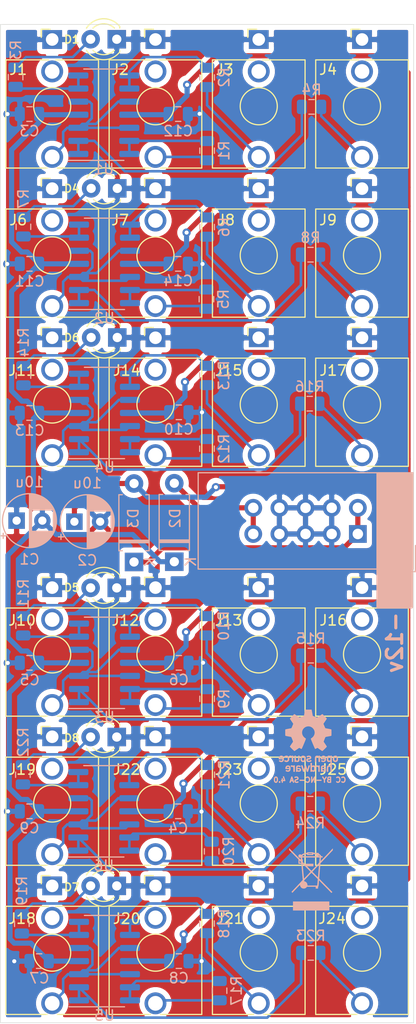
<source format=kicad_pcb>
(kicad_pcb (version 20171130) (host pcbnew "(5.1.4)-1")
  (layers (0 F.Cu signal) (31 B.Cu signal) (34 B.Paste user) (35 F.Paste user) (36 B.SilkS user) (37 F.SilkS user) (38 B.Mask user) (39 F.Mask user) (44 Edge.Cuts user))
  (net 0 "")
  (net 1 +12V)
  (net 2 Earth)
  (net 3 -12V)
  (net 4 "Net-(D1-Pad2)")
  (net 5 "Net-(D2-Pad2)")
  (net 6 "Net-(D3-Pad1)")
  (net 7 "Net-(D4-Pad2)")
  (net 8 "Net-(D5-Pad2)")
  (net 9 "Net-(D6-Pad2)")
  (net 10 "Net-(D7-Pad2)")
  (net 11 "Net-(D8-Pad2)")
  (net 12 "Net-(J1-PadT)")
  (net 13 "Net-(J2-PadT)")
  (net 14 "Net-(J3-PadT)")
  (net 15 "Net-(J4-PadT)")
  (net 16 "Net-(J6-PadT)")
  (net 17 "Net-(J7-PadT)")
  (net 18 "Net-(J8-PadT)")
  (net 19 "Net-(J9-PadT)")
  (net 20 "Net-(J10-PadT)")
  (net 21 "Net-(J11-PadT)")
  (net 22 "Net-(J12-PadT)")
  (net 23 "Net-(J13-PadT)")
  (net 24 "Net-(J14-PadT)")
  (net 25 "Net-(J15-PadT)")
  (net 26 "Net-(J16-PadT)")
  (net 27 "Net-(J17-PadT)")
  (net 28 "Net-(J18-PadT)")
  (net 29 "Net-(J19-PadT)")
  (net 30 "Net-(J20-PadT)")
  (net 31 "Net-(J21-PadT)")
  (net 32 "Net-(J22-PadT)")
  (net 33 "Net-(J23-PadT)")
  (net 34 "Net-(J24-PadT)")
  (net 35 "Net-(J25-PadT)")
  (net 36 "Net-(R1-Pad2)")
  (net 37 "Net-(R2-Pad2)")
  (net 38 "Net-(R3-Pad2)")
  (net 39 "Net-(R4-Pad2)")
  (net 40 "Net-(R5-Pad2)")
  (net 41 "Net-(R6-Pad2)")
  (net 42 "Net-(R7-Pad2)")
  (net 43 "Net-(R8-Pad2)")
  (net 44 "Net-(R9-Pad2)")
  (net 45 "Net-(R10-Pad2)")
  (net 46 "Net-(R11-Pad2)")
  (net 47 "Net-(R12-Pad2)")
  (net 48 "Net-(R13-Pad2)")
  (net 49 "Net-(R14-Pad2)")
  (net 50 "Net-(R15-Pad2)")
  (net 51 "Net-(R16-Pad2)")
  (net 52 "Net-(R17-Pad2)")
  (net 53 "Net-(R18-Pad2)")
  (net 54 "Net-(R19-Pad2)")
  (net 55 "Net-(R20-Pad2)")
  (net 56 "Net-(R21-Pad2)")
  (net 57 "Net-(R22-Pad2)")
  (net 58 "Net-(R23-Pad2)")
  (net 59 "Net-(R24-Pad2)")
  (module Symbol:OSHW-Logo_5.7x6mm_SilkScreen (layer B.Cu) (at 80.01 120.396 180)
    (fp_text reference J29 hide)
    (fp_text value OSHW hide)
  )
  (module Symbol:WEEE-Logo_4.2x6mm_SilkScreen (layer B.Cu) (at 80.264 133.858 180)
    (fp_text reference J28 hide)
    (fp_text value WEEE hide)
  )
  (module Package_SO:SOIC-14_3.9x8.7mm_P1.27mm (layer B.Cu) (at 60.1345 127.254)
    (fp_text reference U6 (at 0 5.28) (layer B.SilkS) (effects (justify mirror)))
    (fp_text value TL074)
    (pad 14 smd roundrect (at 2.475 3.81) (size 1.95 0.6) (layers B.Cu B.Paste B.Mask) (net 55 "Net-(R20-Pad2)"))
    (pad 13 smd roundrect (at 2.475 2.54) (size 1.95 0.6) (layers B.Cu B.Paste B.Mask) (net 55 "Net-(R20-Pad2)"))
    (pad 12 smd roundrect (at 2.475 1.27) (size 1.95 0.6) (layers B.Cu B.Paste B.Mask) (net 29 "Net-(J19-PadT)"))
    (pad 11 smd roundrect (at 2.475 0) (size 1.95 0.6) (layers B.Cu B.Paste B.Mask) (net 3 -12V))
    (pad 10 smd roundrect (at 2.475 -1.27) (size 1.95 0.6) (layers B.Cu B.Paste B.Mask) (net 29 "Net-(J19-PadT)"))
    (pad 9 smd roundrect (at 2.475 -2.54) (size 1.95 0.6) (layers B.Cu B.Paste B.Mask) (net 56 "Net-(R21-Pad2)"))
    (pad 8 smd roundrect (at 2.475 -3.81) (size 1.95 0.6) (layers B.Cu B.Paste B.Mask) (net 56 "Net-(R21-Pad2)"))
    (pad 7 smd roundrect (at -2.475 -3.81) (size 1.95 0.6) (layers B.Cu B.Paste B.Mask) (net 57 "Net-(R22-Pad2)"))
    (pad 6 smd roundrect (at -2.475 -2.54) (size 1.95 0.6) (layers B.Cu B.Paste B.Mask) (net 57 "Net-(R22-Pad2)"))
    (pad 5 smd roundrect (at -2.475 -1.27) (size 1.95 0.6) (layers B.Cu B.Paste B.Mask) (net 29 "Net-(J19-PadT)"))
    (pad 4 smd roundrect (at -2.475 0) (size 1.95 0.6) (layers B.Cu B.Paste B.Mask) (net 1 +12V))
    (pad 3 smd roundrect (at -2.475 1.27) (size 1.95 0.6) (layers B.Cu B.Paste B.Mask) (net 29 "Net-(J19-PadT)"))
    (pad 2 smd roundrect (at -2.475 2.54) (size 1.95 0.6) (layers B.Cu B.Paste B.Mask) (net 59 "Net-(R24-Pad2)"))
    (pad 1 smd roundrect (at -2.475 3.81) (size 1.95 0.6) (layers B.Cu B.Paste B.Mask) (net 59 "Net-(R24-Pad2)"))
  )
  (module Package_SO:SOIC-14_3.9x8.7mm_P1.27mm (layer B.Cu) (at 60.198 141.7955)
    (fp_text reference U5 (at 0 5.28) (layer B.SilkS) (effects (justify mirror)))
    (fp_text value TL074)
    (pad 14 smd roundrect (at 2.475 3.81) (size 1.95 0.6) (layers B.Cu B.Paste B.Mask) (net 52 "Net-(R17-Pad2)"))
    (pad 13 smd roundrect (at 2.475 2.54) (size 1.95 0.6) (layers B.Cu B.Paste B.Mask) (net 52 "Net-(R17-Pad2)"))
    (pad 12 smd roundrect (at 2.475 1.27) (size 1.95 0.6) (layers B.Cu B.Paste B.Mask) (net 28 "Net-(J18-PadT)"))
    (pad 11 smd roundrect (at 2.475 0) (size 1.95 0.6) (layers B.Cu B.Paste B.Mask) (net 3 -12V))
    (pad 10 smd roundrect (at 2.475 -1.27) (size 1.95 0.6) (layers B.Cu B.Paste B.Mask) (net 28 "Net-(J18-PadT)"))
    (pad 9 smd roundrect (at 2.475 -2.54) (size 1.95 0.6) (layers B.Cu B.Paste B.Mask) (net 53 "Net-(R18-Pad2)"))
    (pad 8 smd roundrect (at 2.475 -3.81) (size 1.95 0.6) (layers B.Cu B.Paste B.Mask) (net 53 "Net-(R18-Pad2)"))
    (pad 7 smd roundrect (at -2.475 -3.81) (size 1.95 0.6) (layers B.Cu B.Paste B.Mask) (net 54 "Net-(R19-Pad2)"))
    (pad 6 smd roundrect (at -2.475 -2.54) (size 1.95 0.6) (layers B.Cu B.Paste B.Mask) (net 54 "Net-(R19-Pad2)"))
    (pad 5 smd roundrect (at -2.475 -1.27) (size 1.95 0.6) (layers B.Cu B.Paste B.Mask) (net 28 "Net-(J18-PadT)"))
    (pad 4 smd roundrect (at -2.475 0) (size 1.95 0.6) (layers B.Cu B.Paste B.Mask) (net 1 +12V))
    (pad 3 smd roundrect (at -2.475 1.27) (size 1.95 0.6) (layers B.Cu B.Paste B.Mask) (net 28 "Net-(J18-PadT)"))
    (pad 2 smd roundrect (at -2.475 2.54) (size 1.95 0.6) (layers B.Cu B.Paste B.Mask) (net 58 "Net-(R23-Pad2)"))
    (pad 1 smd roundrect (at -2.475 3.81) (size 1.95 0.6) (layers B.Cu B.Paste B.Mask) (net 58 "Net-(R23-Pad2)"))
  )
  (module Package_SO:SOIC-14_3.9x8.7mm_P1.27mm (layer B.Cu) (at 60.198 88.5825)
    (fp_text reference U4 (at 0 5.28) (layer B.SilkS) (effects (justify mirror)))
    (fp_text value TL074)
    (pad 14 smd roundrect (at 2.475 3.81) (size 1.95 0.6) (layers B.Cu B.Paste B.Mask) (net 47 "Net-(R12-Pad2)"))
    (pad 13 smd roundrect (at 2.475 2.54) (size 1.95 0.6) (layers B.Cu B.Paste B.Mask) (net 47 "Net-(R12-Pad2)"))
    (pad 12 smd roundrect (at 2.475 1.27) (size 1.95 0.6) (layers B.Cu B.Paste B.Mask) (net 21 "Net-(J11-PadT)"))
    (pad 11 smd roundrect (at 2.475 0) (size 1.95 0.6) (layers B.Cu B.Paste B.Mask) (net 3 -12V))
    (pad 10 smd roundrect (at 2.475 -1.27) (size 1.95 0.6) (layers B.Cu B.Paste B.Mask) (net 21 "Net-(J11-PadT)"))
    (pad 9 smd roundrect (at 2.475 -2.54) (size 1.95 0.6) (layers B.Cu B.Paste B.Mask) (net 48 "Net-(R13-Pad2)"))
    (pad 8 smd roundrect (at 2.475 -3.81) (size 1.95 0.6) (layers B.Cu B.Paste B.Mask) (net 48 "Net-(R13-Pad2)"))
    (pad 7 smd roundrect (at -2.475 -3.81) (size 1.95 0.6) (layers B.Cu B.Paste B.Mask) (net 49 "Net-(R14-Pad2)"))
    (pad 6 smd roundrect (at -2.475 -2.54) (size 1.95 0.6) (layers B.Cu B.Paste B.Mask) (net 49 "Net-(R14-Pad2)"))
    (pad 5 smd roundrect (at -2.475 -1.27) (size 1.95 0.6) (layers B.Cu B.Paste B.Mask) (net 21 "Net-(J11-PadT)"))
    (pad 4 smd roundrect (at -2.475 0) (size 1.95 0.6) (layers B.Cu B.Paste B.Mask) (net 1 +12V))
    (pad 3 smd roundrect (at -2.475 1.27) (size 1.95 0.6) (layers B.Cu B.Paste B.Mask) (net 21 "Net-(J11-PadT)"))
    (pad 2 smd roundrect (at -2.475 2.54) (size 1.95 0.6) (layers B.Cu B.Paste B.Mask) (net 51 "Net-(R16-Pad2)"))
    (pad 1 smd roundrect (at -2.475 3.81) (size 1.95 0.6) (layers B.Cu B.Paste B.Mask) (net 51 "Net-(R16-Pad2)"))
  )
  (module Package_SO:SOIC-14_3.9x8.7mm_P1.27mm (layer B.Cu) (at 60.198 112.8395)
    (fp_text reference U3 (at 0 5.28) (layer B.SilkS) (effects (justify mirror)))
    (fp_text value TL074)
    (pad 14 smd roundrect (at 2.475 3.81) (size 1.95 0.6) (layers B.Cu B.Paste B.Mask) (net 44 "Net-(R9-Pad2)"))
    (pad 13 smd roundrect (at 2.475 2.54) (size 1.95 0.6) (layers B.Cu B.Paste B.Mask) (net 44 "Net-(R9-Pad2)"))
    (pad 12 smd roundrect (at 2.475 1.27) (size 1.95 0.6) (layers B.Cu B.Paste B.Mask) (net 20 "Net-(J10-PadT)"))
    (pad 11 smd roundrect (at 2.475 0) (size 1.95 0.6) (layers B.Cu B.Paste B.Mask) (net 3 -12V))
    (pad 10 smd roundrect (at 2.475 -1.27) (size 1.95 0.6) (layers B.Cu B.Paste B.Mask) (net 20 "Net-(J10-PadT)"))
    (pad 9 smd roundrect (at 2.475 -2.54) (size 1.95 0.6) (layers B.Cu B.Paste B.Mask) (net 45 "Net-(R10-Pad2)"))
    (pad 8 smd roundrect (at 2.475 -3.81) (size 1.95 0.6) (layers B.Cu B.Paste B.Mask) (net 45 "Net-(R10-Pad2)"))
    (pad 7 smd roundrect (at -2.475 -3.81) (size 1.95 0.6) (layers B.Cu B.Paste B.Mask) (net 46 "Net-(R11-Pad2)"))
    (pad 6 smd roundrect (at -2.475 -2.54) (size 1.95 0.6) (layers B.Cu B.Paste B.Mask) (net 46 "Net-(R11-Pad2)"))
    (pad 5 smd roundrect (at -2.475 -1.27) (size 1.95 0.6) (layers B.Cu B.Paste B.Mask) (net 20 "Net-(J10-PadT)"))
    (pad 4 smd roundrect (at -2.475 0) (size 1.95 0.6) (layers B.Cu B.Paste B.Mask) (net 1 +12V))
    (pad 3 smd roundrect (at -2.475 1.27) (size 1.95 0.6) (layers B.Cu B.Paste B.Mask) (net 20 "Net-(J10-PadT)"))
    (pad 2 smd roundrect (at -2.475 2.54) (size 1.95 0.6) (layers B.Cu B.Paste B.Mask) (net 50 "Net-(R15-Pad2)"))
    (pad 1 smd roundrect (at -2.475 3.81) (size 1.95 0.6) (layers B.Cu B.Paste B.Mask) (net 50 "Net-(R15-Pad2)"))
  )
  (module Package_SO:SOIC-14_3.9x8.7mm_P1.27mm (layer B.Cu) (at 60.198 74.1045)
    (fp_text reference U2 (at 0 5.28) (layer B.SilkS) (effects (justify mirror)))
    (fp_text value TL074)
    (pad 14 smd roundrect (at 2.475 3.81) (size 1.95 0.6) (layers B.Cu B.Paste B.Mask) (net 40 "Net-(R5-Pad2)"))
    (pad 13 smd roundrect (at 2.475 2.54) (size 1.95 0.6) (layers B.Cu B.Paste B.Mask) (net 40 "Net-(R5-Pad2)"))
    (pad 12 smd roundrect (at 2.475 1.27) (size 1.95 0.6) (layers B.Cu B.Paste B.Mask) (net 16 "Net-(J6-PadT)"))
    (pad 11 smd roundrect (at 2.475 0) (size 1.95 0.6) (layers B.Cu B.Paste B.Mask) (net 3 -12V))
    (pad 10 smd roundrect (at 2.475 -1.27) (size 1.95 0.6) (layers B.Cu B.Paste B.Mask) (net 16 "Net-(J6-PadT)"))
    (pad 9 smd roundrect (at 2.475 -2.54) (size 1.95 0.6) (layers B.Cu B.Paste B.Mask) (net 41 "Net-(R6-Pad2)"))
    (pad 8 smd roundrect (at 2.475 -3.81) (size 1.95 0.6) (layers B.Cu B.Paste B.Mask) (net 41 "Net-(R6-Pad2)"))
    (pad 7 smd roundrect (at -2.475 -3.81) (size 1.95 0.6) (layers B.Cu B.Paste B.Mask) (net 42 "Net-(R7-Pad2)"))
    (pad 6 smd roundrect (at -2.475 -2.54) (size 1.95 0.6) (layers B.Cu B.Paste B.Mask) (net 42 "Net-(R7-Pad2)"))
    (pad 5 smd roundrect (at -2.475 -1.27) (size 1.95 0.6) (layers B.Cu B.Paste B.Mask) (net 16 "Net-(J6-PadT)"))
    (pad 4 smd roundrect (at -2.475 0) (size 1.95 0.6) (layers B.Cu B.Paste B.Mask) (net 1 +12V))
    (pad 3 smd roundrect (at -2.475 1.27) (size 1.95 0.6) (layers B.Cu B.Paste B.Mask) (net 16 "Net-(J6-PadT)"))
    (pad 2 smd roundrect (at -2.475 2.54) (size 1.95 0.6) (layers B.Cu B.Paste B.Mask) (net 43 "Net-(R8-Pad2)"))
    (pad 1 smd roundrect (at -2.475 3.81) (size 1.95 0.6) (layers B.Cu B.Paste B.Mask) (net 43 "Net-(R8-Pad2)"))
  )
  (module Package_SO:SOIC-14_3.9x8.7mm_P1.27mm (layer B.Cu) (at 60.136 59.6265)
    (fp_text reference U1 (at 0 5.28) (layer B.SilkS) (effects (justify mirror)))
    (fp_text value TL074)
    (pad 14 smd roundrect (at 2.475 3.81) (size 1.95 0.6) (layers B.Cu B.Paste B.Mask) (net 36 "Net-(R1-Pad2)"))
    (pad 13 smd roundrect (at 2.475 2.54) (size 1.95 0.6) (layers B.Cu B.Paste B.Mask) (net 36 "Net-(R1-Pad2)"))
    (pad 12 smd roundrect (at 2.475 1.27) (size 1.95 0.6) (layers B.Cu B.Paste B.Mask) (net 12 "Net-(J1-PadT)"))
    (pad 11 smd roundrect (at 2.475 0) (size 1.95 0.6) (layers B.Cu B.Paste B.Mask) (net 3 -12V))
    (pad 10 smd roundrect (at 2.475 -1.27) (size 1.95 0.6) (layers B.Cu B.Paste B.Mask) (net 12 "Net-(J1-PadT)"))
    (pad 9 smd roundrect (at 2.475 -2.54) (size 1.95 0.6) (layers B.Cu B.Paste B.Mask) (net 37 "Net-(R2-Pad2)"))
    (pad 8 smd roundrect (at 2.475 -3.81) (size 1.95 0.6) (layers B.Cu B.Paste B.Mask) (net 37 "Net-(R2-Pad2)"))
    (pad 7 smd roundrect (at -2.475 -3.81) (size 1.95 0.6) (layers B.Cu B.Paste B.Mask) (net 38 "Net-(R3-Pad2)"))
    (pad 6 smd roundrect (at -2.475 -2.54) (size 1.95 0.6) (layers B.Cu B.Paste B.Mask) (net 38 "Net-(R3-Pad2)"))
    (pad 5 smd roundrect (at -2.475 -1.27) (size 1.95 0.6) (layers B.Cu B.Paste B.Mask) (net 12 "Net-(J1-PadT)"))
    (pad 4 smd roundrect (at -2.475 0) (size 1.95 0.6) (layers B.Cu B.Paste B.Mask) (net 1 +12V))
    (pad 3 smd roundrect (at -2.475 1.27) (size 1.95 0.6) (layers B.Cu B.Paste B.Mask) (net 12 "Net-(J1-PadT)"))
    (pad 2 smd roundrect (at -2.475 2.54) (size 1.95 0.6) (layers B.Cu B.Paste B.Mask) (net 39 "Net-(R4-Pad2)"))
    (pad 1 smd roundrect (at -2.475 3.81) (size 1.95 0.6) (layers B.Cu B.Paste B.Mask) (net 39 "Net-(R4-Pad2)"))
  )
  (module Resistor_SMD:R_0805_2012Metric (layer B.Cu) (at 80.1901 126.5174 180)
    (fp_text reference R24 (at 0 -1.8796) (layer B.SilkS) (effects (justify mirror)))
    (fp_text value 100R)
    (pad 2 smd roundrect (at 0.9375 0 180) (size 0.975 1.4) (layers B.Cu B.Paste B.Mask) (net 59 "Net-(R24-Pad2)"))
    (pad 1 smd roundrect (at -0.9375 0 180) (size 0.975 1.4) (layers B.Cu B.Paste B.Mask) (net 35 "Net-(J25-PadT)"))
  )
  (module Resistor_SMD:R_0805_2012Metric (layer B.Cu) (at 80.2363 140.9954 180)
    (fp_text reference R23 (at 0 1.65 180) (layer B.SilkS) (effects (justify mirror)))
    (fp_text value 100R)
    (pad 2 smd roundrect (at 0.9375 0 180) (size 0.975 1.4) (layers B.Cu B.Paste B.Mask) (net 58 "Net-(R23-Pad2)"))
    (pad 1 smd roundrect (at -0.9375 0 180) (size 0.975 1.4) (layers B.Cu B.Paste B.Mask) (net 34 "Net-(J24-PadT)"))
  )
  (module Resistor_SMD:R_0805_2012Metric (layer B.Cu) (at 52.2732 123.7003 270)
    (fp_text reference R22 (at -3.1519 -0.0254 270) (layer B.SilkS) (effects (justify mirror)))
    (fp_text value 1k)
    (pad 2 smd roundrect (at 0.9375 0 270) (size 0.975 1.4) (layers B.Cu B.Paste B.Mask) (net 57 "Net-(R22-Pad2)"))
    (pad 1 smd roundrect (at -0.9375 0 270) (size 0.975 1.4) (layers B.Cu B.Paste B.Mask) (net 11 "Net-(D8-Pad2)"))
  )
  (module Resistor_SMD:R_0805_2012Metric (layer B.Cu) (at 70.1802 123.6957 90)
    (fp_text reference R21 (at 0 1.65 270) (layer B.SilkS) (effects (justify mirror)))
    (fp_text value 100R)
    (pad 2 smd roundrect (at 0.9375 0 90) (size 0.975 1.4) (layers B.Cu B.Paste B.Mask) (net 56 "Net-(R21-Pad2)"))
    (pad 1 smd roundrect (at -0.9375 0 90) (size 0.975 1.4) (layers B.Cu B.Paste B.Mask) (net 33 "Net-(J23-PadT)"))
  )
  (module Resistor_SMD:R_0805_2012Metric (layer B.Cu) (at 70.612 131.1425 90)
    (fp_text reference R20 (at 0 1.65 90) (layer B.SilkS) (effects (justify mirror)))
    (fp_text value 100R)
    (pad 2 smd roundrect (at 0.9375 0 90) (size 0.975 1.4) (layers B.Cu B.Paste B.Mask) (net 55 "Net-(R20-Pad2)"))
    (pad 1 smd roundrect (at -0.9375 0 90) (size 0.975 1.4) (layers B.Cu B.Paste B.Mask) (net 32 "Net-(J22-PadT)"))
  )
  (module Resistor_SMD:R_0805_2012Metric (layer B.Cu) (at 52.1716 138.176 270)
    (fp_text reference R19 (at -3.2004 0 90) (layer B.SilkS) (effects (justify mirror)))
    (fp_text value 1k)
    (pad 2 smd roundrect (at 0.9375 0 270) (size 0.975 1.4) (layers B.Cu B.Paste B.Mask) (net 54 "Net-(R19-Pad2)"))
    (pad 1 smd roundrect (at -0.9375 0 270) (size 0.975 1.4) (layers B.Cu B.Paste B.Mask) (net 10 "Net-(D7-Pad2)"))
  )
  (module Resistor_SMD:R_0805_2012Metric (layer B.Cu) (at 70.1548 138.1483 90)
    (fp_text reference R18 (at 0 1.65 90) (layer B.SilkS) (effects (justify mirror)))
    (fp_text value 100R)
    (pad 2 smd roundrect (at 0.9375 0 90) (size 0.975 1.4) (layers B.Cu B.Paste B.Mask) (net 53 "Net-(R18-Pad2)"))
    (pad 1 smd roundrect (at -0.9375 0 90) (size 0.975 1.4) (layers B.Cu B.Paste B.Mask) (net 31 "Net-(J21-PadT)"))
  )
  (module Resistor_SMD:R_0805_2012Metric (layer B.Cu) (at 71.374 144.668 90)
    (fp_text reference R17 (at 0 1.65 90) (layer B.SilkS) (effects (justify mirror)))
    (fp_text value 100R)
    (pad 2 smd roundrect (at 0.9375 0 90) (size 0.975 1.4) (layers B.Cu B.Paste B.Mask) (net 52 "Net-(R17-Pad2)"))
    (pad 1 smd roundrect (at -0.9375 0 90) (size 0.975 1.4) (layers B.Cu B.Paste B.Mask) (net 30 "Net-(J20-PadT)"))
  )
  (module Resistor_SMD:R_0805_2012Metric (layer B.Cu) (at 80.137 87.6808 180)
    (fp_text reference R16 (at 0 1.65) (layer B.SilkS) (effects (justify mirror)))
    (fp_text value 100R)
    (pad 2 smd roundrect (at 0.9375 0 180) (size 0.975 1.4) (layers B.Cu B.Paste B.Mask) (net 51 "Net-(R16-Pad2)"))
    (pad 1 smd roundrect (at -0.9375 0 180) (size 0.975 1.4) (layers B.Cu B.Paste B.Mask) (net 27 "Net-(J17-PadT)"))
  )
  (module Resistor_SMD:R_0805_2012Metric (layer B.Cu) (at 80.2363 112.141 180)
    (fp_text reference R15 (at 0 1.65 180) (layer B.SilkS) (effects (justify mirror)))
    (fp_text value 100R)
    (pad 2 smd roundrect (at 0.9375 0 180) (size 0.975 1.4) (layers B.Cu B.Paste B.Mask) (net 50 "Net-(R15-Pad2)"))
    (pad 1 smd roundrect (at -0.9375 0 180) (size 0.975 1.4) (layers B.Cu B.Paste B.Mask) (net 26 "Net-(J16-PadT)"))
  )
  (module Resistor_SMD:R_0805_2012Metric (layer B.Cu) (at 52.324 84.9607 270)
    (fp_text reference R14 (at -3.2235 0 270) (layer B.SilkS) (effects (justify mirror)))
    (fp_text value 1k)
    (pad 2 smd roundrect (at 0.9375 0 270) (size 0.975 1.4) (layers B.Cu B.Paste B.Mask) (net 49 "Net-(R14-Pad2)"))
    (pad 1 smd roundrect (at -0.9375 0 270) (size 0.975 1.4) (layers B.Cu B.Paste B.Mask) (net 9 "Net-(D6-Pad2)"))
  )
  (module Resistor_SMD:R_0805_2012Metric (layer B.Cu) (at 70.1548 84.9399 90)
    (fp_text reference R13 (at 0 1.65 270) (layer B.SilkS) (effects (justify mirror)))
    (fp_text value 100R)
    (pad 2 smd roundrect (at 0.9375 0 90) (size 0.975 1.4) (layers B.Cu B.Paste B.Mask) (net 48 "Net-(R13-Pad2)"))
    (pad 1 smd roundrect (at -0.9375 0 90) (size 0.975 1.4) (layers B.Cu B.Paste B.Mask) (net 25 "Net-(J15-PadT)"))
  )
  (module Resistor_SMD:R_0805_2012Metric (layer B.Cu) (at 70.1548 92.0519 90)
    (fp_text reference R12 (at 0 1.65 270) (layer B.SilkS) (effects (justify mirror)))
    (fp_text value 100R)
    (pad 2 smd roundrect (at 0.9375 0 90) (size 0.975 1.4) (layers B.Cu B.Paste B.Mask) (net 47 "Net-(R12-Pad2)"))
    (pad 1 smd roundrect (at -0.9375 0 90) (size 0.975 1.4) (layers B.Cu B.Paste B.Mask) (net 24 "Net-(J14-PadT)"))
  )
  (module Resistor_SMD:R_0805_2012Metric (layer B.Cu) (at 52.2986 109.2431 270)
    (fp_text reference R11 (at -3.1219 -0.0254 90) (layer B.SilkS) (effects (justify mirror)))
    (fp_text value 1k)
    (pad 2 smd roundrect (at 0.9375 0 270) (size 0.975 1.4) (layers B.Cu B.Paste B.Mask) (net 46 "Net-(R11-Pad2)"))
    (pad 1 smd roundrect (at -0.9375 0 270) (size 0.975 1.4) (layers B.Cu B.Paste B.Mask) (net 8 "Net-(D5-Pad2)"))
  )
  (module Resistor_SMD:R_0805_2012Metric (layer B.Cu) (at 70.1294 109.2431 90)
    (fp_text reference R10 (at 0 1.65 90) (layer B.SilkS) (effects (justify mirror)))
    (fp_text value 100R)
    (pad 2 smd roundrect (at 0.9375 0 90) (size 0.975 1.4) (layers B.Cu B.Paste B.Mask) (net 45 "Net-(R10-Pad2)"))
    (pad 1 smd roundrect (at -0.9375 0 90) (size 0.975 1.4) (layers B.Cu B.Paste B.Mask) (net 23 "Net-(J13-PadT)"))
  )
  (module Resistor_SMD:R_0805_2012Metric (layer B.Cu) (at 70.1675 116.3343 90)
    (fp_text reference R9 (at 0 1.65 90) (layer B.SilkS) (effects (justify mirror)))
    (fp_text value 100R)
    (pad 2 smd roundrect (at 0.9375 0 90) (size 0.975 1.4) (layers B.Cu B.Paste B.Mask) (net 44 "Net-(R9-Pad2)"))
    (pad 1 smd roundrect (at -0.9375 0 90) (size 0.975 1.4) (layers B.Cu B.Paste B.Mask) (net 22 "Net-(J12-PadT)"))
  )
  (module Resistor_SMD:R_0805_2012Metric (layer B.Cu) (at 80.2155 73.2155 180)
    (fp_text reference R8 (at 0 1.65) (layer B.SilkS) (effects (justify mirror)))
    (fp_text value 100R)
    (pad 2 smd roundrect (at 0.9375 0 180) (size 0.975 1.4) (layers B.Cu B.Paste B.Mask) (net 43 "Net-(R8-Pad2)"))
    (pad 1 smd roundrect (at -0.9375 0 180) (size 0.975 1.4) (layers B.Cu B.Paste B.Mask) (net 19 "Net-(J9-PadT)"))
  )
  (module Resistor_SMD:R_0805_2012Metric (layer B.Cu) (at 52.324 70.5081 270)
    (fp_text reference R7 (at -2.7155 0 270) (layer B.SilkS) (effects (justify mirror)))
    (fp_text value 1k)
    (pad 2 smd roundrect (at 0.9375 0 270) (size 0.975 1.4) (layers B.Cu B.Paste B.Mask) (net 42 "Net-(R7-Pad2)"))
    (pad 1 smd roundrect (at -0.9375 0 270) (size 0.975 1.4) (layers B.Cu B.Paste B.Mask) (net 7 "Net-(D4-Pad2)"))
  )
  (module Resistor_SMD:R_0805_2012Metric (layer B.Cu) (at 70.1675 70.5335 90)
    (fp_text reference R6 (at 0 1.65 90) (layer B.SilkS) (effects (justify mirror)))
    (fp_text value 100R)
    (pad 2 smd roundrect (at 0.9375 0 90) (size 0.975 1.4) (layers B.Cu B.Paste B.Mask) (net 41 "Net-(R6-Pad2)"))
    (pad 1 smd roundrect (at -0.9375 0 90) (size 0.975 1.4) (layers B.Cu B.Paste B.Mask) (net 18 "Net-(J8-PadT)"))
  )
  (module Resistor_SMD:R_0805_2012Metric (layer B.Cu) (at 70.104 77.5335 90)
    (fp_text reference R5 (at 0 1.65 270) (layer B.SilkS) (effects (justify mirror)))
    (fp_text value 100R)
    (pad 2 smd roundrect (at 0.9375 0 90) (size 0.975 1.4) (layers B.Cu B.Paste B.Mask) (net 40 "Net-(R5-Pad2)"))
    (pad 1 smd roundrect (at -0.9375 0 90) (size 0.975 1.4) (layers B.Cu B.Paste B.Mask) (net 17 "Net-(J7-PadT)"))
  )
  (module Resistor_SMD:R_0805_2012Metric (layer B.Cu) (at 80.3125 58.8645 180)
    (fp_text reference R4 (at 0 1.65 180) (layer B.SilkS) (effects (justify mirror)))
    (fp_text value 100R)
    (pad 2 smd roundrect (at 0.9375 0 180) (size 0.975 1.4) (layers B.Cu B.Paste B.Mask) (net 39 "Net-(R4-Pad2)"))
    (pad 1 smd roundrect (at -0.9375 0 180) (size 0.975 1.4) (layers B.Cu B.Paste B.Mask) (net 15 "Net-(J4-PadT)"))
  )
  (module Resistor_SMD:R_0805_2012Metric (layer B.Cu) (at 51.562 55.9816 270)
    (fp_text reference R3 (at -2.6416 -0.0254 270) (layer B.SilkS) (effects (justify mirror)))
    (fp_text value 1k)
    (pad 2 smd roundrect (at 0.9375 0 270) (size 0.975 1.4) (layers B.Cu B.Paste B.Mask) (net 38 "Net-(R3-Pad2)"))
    (pad 1 smd roundrect (at -0.9375 0 270) (size 0.975 1.4) (layers B.Cu B.Paste B.Mask) (net 4 "Net-(D1-Pad2)"))
  )
  (module Resistor_SMD:R_0805_2012Metric (layer B.Cu) (at 70.1675 56.007 90)
    (fp_text reference R2 (at 0 1.65 270) (layer B.SilkS) (effects (justify mirror)))
    (fp_text value 100R)
    (pad 2 smd roundrect (at 0.9375 0 90) (size 0.975 1.4) (layers B.Cu B.Paste B.Mask) (net 37 "Net-(R2-Pad2)"))
    (pad 1 smd roundrect (at -0.9375 0 90) (size 0.975 1.4) (layers B.Cu B.Paste B.Mask) (net 14 "Net-(J3-PadT)"))
  )
  (module Resistor_SMD:R_0805_2012Metric (layer B.Cu) (at 70.1675 63.119 90)
    (fp_text reference R1 (at 0 1.65 270) (layer B.SilkS) (effects (justify mirror)))
    (fp_text value 100R)
    (pad 2 smd roundrect (at 0.9375 0 90) (size 0.975 1.4) (layers B.Cu B.Paste B.Mask) (net 36 "Net-(R1-Pad2)"))
    (pad 1 smd roundrect (at -0.9375 0 90) (size 0.975 1.4) (layers B.Cu B.Paste B.Mask) (net 13 "Net-(J2-PadT)"))
  )
  (module Connector_Audio:Jack_3.5mm_QingPu_WQP-PJ398SM_Vertical_CircularHoles (layer F.Cu) (at 85.217 120.015)
    (fp_text reference J25 (at -2.794 3.175 180) (layer F.SilkS))
    (fp_text value AudioJack2)
    (pad T thru_hole circle (at 0 11.4 180) (size 2.13 2.13) (drill 1.43) (layers *.Cu *.Mask) (net 35 "Net-(J25-PadT)"))
    (pad S thru_hole rect (at 0 0 180) (size 1.93 1.83) (drill 1.22) (layers *.Cu *.Mask) (net 2 Earth))
    (pad TN thru_hole circle (at 0 3.1 180) (size 2.13 2.13) (drill 1.42) (layers *.Cu *.Mask))
  )
  (module Connector_Audio:Jack_3.5mm_QingPu_WQP-PJ398SM_Vertical_CircularHoles (layer F.Cu) (at 85.217 134.493)
    (fp_text reference J24 (at -2.921 3.175 180) (layer F.SilkS))
    (fp_text value AudioJack2)
    (pad T thru_hole circle (at 0 11.4 180) (size 2.13 2.13) (drill 1.43) (layers *.Cu *.Mask) (net 34 "Net-(J24-PadT)"))
    (pad S thru_hole rect (at 0 0 180) (size 1.93 1.83) (drill 1.22) (layers *.Cu *.Mask) (net 2 Earth))
    (pad TN thru_hole circle (at 0 3.1 180) (size 2.13 2.13) (drill 1.42) (layers *.Cu *.Mask))
  )
  (module Connector_Audio:Jack_3.5mm_QingPu_WQP-PJ398SM_Vertical_CircularHoles (layer F.Cu) (at 75.184 120.015)
    (fp_text reference J23 (at -2.921 3.175 180) (layer F.SilkS))
    (fp_text value AudioJack2)
    (pad T thru_hole circle (at 0 11.4 180) (size 2.13 2.13) (drill 1.43) (layers *.Cu *.Mask) (net 33 "Net-(J23-PadT)"))
    (pad S thru_hole rect (at 0 0 180) (size 1.93 1.83) (drill 1.22) (layers *.Cu *.Mask) (net 2 Earth))
    (pad TN thru_hole circle (at 0 3.1 180) (size 2.13 2.13) (drill 1.42) (layers *.Cu *.Mask))
  )
  (module Connector_Audio:Jack_3.5mm_QingPu_WQP-PJ398SM_Vertical_CircularHoles (layer F.Cu) (at 65.151 120.015)
    (fp_text reference J22 (at -2.794 3.175 180) (layer F.SilkS))
    (fp_text value AudioJack2)
    (pad T thru_hole circle (at 0 11.4 180) (size 2.13 2.13) (drill 1.43) (layers *.Cu *.Mask) (net 32 "Net-(J22-PadT)"))
    (pad S thru_hole rect (at 0 0 180) (size 1.93 1.83) (drill 1.22) (layers *.Cu *.Mask) (net 2 Earth))
    (pad TN thru_hole circle (at 0 3.1 180) (size 2.13 2.13) (drill 1.42) (layers *.Cu *.Mask))
  )
  (module Connector_Audio:Jack_3.5mm_QingPu_WQP-PJ398SM_Vertical_CircularHoles (layer F.Cu) (at 75.184 134.493)
    (fp_text reference J21 (at -2.794 3.175 180) (layer F.SilkS))
    (fp_text value AudioJack2)
    (pad T thru_hole circle (at 0 11.4 180) (size 2.13 2.13) (drill 1.43) (layers *.Cu *.Mask) (net 31 "Net-(J21-PadT)"))
    (pad S thru_hole rect (at 0 0 180) (size 1.93 1.83) (drill 1.22) (layers *.Cu *.Mask) (net 2 Earth))
    (pad TN thru_hole circle (at 0 3.1 180) (size 2.13 2.13) (drill 1.42) (layers *.Cu *.Mask))
  )
  (module Connector_Audio:Jack_3.5mm_QingPu_WQP-PJ398SM_Vertical_CircularHoles (layer F.Cu) (at 65.151 134.493)
    (fp_text reference J20 (at -2.794 3.175 180) (layer F.SilkS))
    (fp_text value AudioJack2)
    (pad T thru_hole circle (at 0 11.4 180) (size 2.13 2.13) (drill 1.43) (layers *.Cu *.Mask) (net 30 "Net-(J20-PadT)"))
    (pad S thru_hole rect (at 0 0 180) (size 1.93 1.83) (drill 1.22) (layers *.Cu *.Mask) (net 2 Earth))
    (pad TN thru_hole circle (at 0 3.1 180) (size 2.13 2.13) (drill 1.42) (layers *.Cu *.Mask))
  )
  (module Connector_Audio:Jack_3.5mm_QingPu_WQP-PJ398SM_Vertical_CircularHoles (layer F.Cu) (at 55.118 120.015)
    (fp_text reference J19 (at -2.921 3.175 180) (layer F.SilkS))
    (fp_text value AudioJack2)
    (pad T thru_hole circle (at 0 11.4 180) (size 2.13 2.13) (drill 1.43) (layers *.Cu *.Mask) (net 29 "Net-(J19-PadT)"))
    (pad S thru_hole rect (at 0 0 180) (size 1.93 1.83) (drill 1.22) (layers *.Cu *.Mask) (net 2 Earth))
    (pad TN thru_hole circle (at 0 3.1 180) (size 2.13 2.13) (drill 1.42) (layers *.Cu *.Mask))
  )
  (module Connector_Audio:Jack_3.5mm_QingPu_WQP-PJ398SM_Vertical_CircularHoles (layer F.Cu) (at 55.118 134.493)
    (fp_text reference J18 (at -2.921 3.175 180) (layer F.SilkS))
    (fp_text value AudioJack2)
    (pad T thru_hole circle (at 0 11.4 180) (size 2.13 2.13) (drill 1.43) (layers *.Cu *.Mask) (net 28 "Net-(J18-PadT)"))
    (pad S thru_hole rect (at 0 0 180) (size 1.93 1.83) (drill 1.22) (layers *.Cu *.Mask) (net 2 Earth))
    (pad TN thru_hole circle (at 0 3.1 180) (size 2.13 2.13) (drill 1.42) (layers *.Cu *.Mask))
  )
  (module Connector_Audio:Jack_3.5mm_QingPu_WQP-PJ398SM_Vertical_CircularHoles (layer F.Cu) (at 85.217 81.28)
    (fp_text reference J17 (at -2.794 3.175 180) (layer F.SilkS))
    (fp_text value AudioJack2)
    (pad T thru_hole circle (at 0 11.4 180) (size 2.13 2.13) (drill 1.43) (layers *.Cu *.Mask) (net 27 "Net-(J17-PadT)"))
    (pad S thru_hole rect (at 0 0 180) (size 1.93 1.83) (drill 1.22) (layers *.Cu *.Mask) (net 2 Earth))
    (pad TN thru_hole circle (at 0 3.1 180) (size 2.13 2.13) (drill 1.42) (layers *.Cu *.Mask))
  )
  (module Connector_Audio:Jack_3.5mm_QingPu_WQP-PJ398SM_Vertical_CircularHoles (layer F.Cu) (at 85.217 105.537)
    (fp_text reference J16 (at -2.794 3.175 180) (layer F.SilkS))
    (fp_text value AudioJack2)
    (pad T thru_hole circle (at 0 11.4 180) (size 2.13 2.13) (drill 1.43) (layers *.Cu *.Mask) (net 26 "Net-(J16-PadT)"))
    (pad S thru_hole rect (at 0 0 180) (size 1.93 1.83) (drill 1.22) (layers *.Cu *.Mask) (net 2 Earth))
    (pad TN thru_hole circle (at 0 3.1 180) (size 2.13 2.13) (drill 1.42) (layers *.Cu *.Mask))
  )
  (module Connector_Audio:Jack_3.5mm_QingPu_WQP-PJ398SM_Vertical_CircularHoles (layer F.Cu) (at 75.184 81.28)
    (fp_text reference J15 (at -2.921 3.175 180) (layer F.SilkS))
    (fp_text value AudioJack2)
    (pad T thru_hole circle (at 0 11.4 180) (size 2.13 2.13) (drill 1.43) (layers *.Cu *.Mask) (net 25 "Net-(J15-PadT)"))
    (pad S thru_hole rect (at 0 0 180) (size 1.93 1.83) (drill 1.22) (layers *.Cu *.Mask) (net 2 Earth))
    (pad TN thru_hole circle (at 0 3.1 180) (size 2.13 2.13) (drill 1.42) (layers *.Cu *.Mask))
  )
  (module Connector_Audio:Jack_3.5mm_QingPu_WQP-PJ398SM_Vertical_CircularHoles (layer F.Cu) (at 65.151 81.28)
    (fp_text reference J14 (at -2.794 3.175 180) (layer F.SilkS))
    (fp_text value AudioJack2)
    (pad T thru_hole circle (at 0 11.4 180) (size 2.13 2.13) (drill 1.43) (layers *.Cu *.Mask) (net 24 "Net-(J14-PadT)"))
    (pad S thru_hole rect (at 0 0 180) (size 1.93 1.83) (drill 1.22) (layers *.Cu *.Mask) (net 2 Earth))
    (pad TN thru_hole circle (at 0 3.1 180) (size 2.13 2.13) (drill 1.42) (layers *.Cu *.Mask))
  )
  (module Connector_Audio:Jack_3.5mm_QingPu_WQP-PJ398SM_Vertical_CircularHoles (layer F.Cu) (at 75.184 105.537)
    (fp_text reference J13 (at -2.921 3.175 180) (layer F.SilkS))
    (fp_text value AudioJack2)
    (pad T thru_hole circle (at 0 11.4 180) (size 2.13 2.13) (drill 1.43) (layers *.Cu *.Mask) (net 23 "Net-(J13-PadT)"))
    (pad S thru_hole rect (at 0 0 180) (size 1.93 1.83) (drill 1.22) (layers *.Cu *.Mask) (net 2 Earth))
    (pad TN thru_hole circle (at 0 3.1 180) (size 2.13 2.13) (drill 1.42) (layers *.Cu *.Mask))
  )
  (module Connector_Audio:Jack_3.5mm_QingPu_WQP-PJ398SM_Vertical_CircularHoles (layer F.Cu) (at 65.151 105.537)
    (fp_text reference J12 (at -2.921 3.175 180) (layer F.SilkS))
    (fp_text value AudioJack2)
    (pad T thru_hole circle (at 0 11.4 180) (size 2.13 2.13) (drill 1.43) (layers *.Cu *.Mask) (net 22 "Net-(J12-PadT)"))
    (pad S thru_hole rect (at 0 0 180) (size 1.93 1.83) (drill 1.22) (layers *.Cu *.Mask) (net 2 Earth))
    (pad TN thru_hole circle (at 0 3.1 180) (size 2.13 2.13) (drill 1.42) (layers *.Cu *.Mask))
  )
  (module Connector_Audio:Jack_3.5mm_QingPu_WQP-PJ398SM_Vertical_CircularHoles (layer F.Cu) (at 55.118 81.28)
    (fp_text reference J11 (at -2.921 3.175 180) (layer F.SilkS))
    (fp_text value AudioJack2)
    (pad T thru_hole circle (at 0 11.4 180) (size 2.13 2.13) (drill 1.43) (layers *.Cu *.Mask) (net 21 "Net-(J11-PadT)"))
    (pad S thru_hole rect (at 0 0 180) (size 1.93 1.83) (drill 1.22) (layers *.Cu *.Mask) (net 2 Earth))
    (pad TN thru_hole circle (at 0 3.1 180) (size 2.13 2.13) (drill 1.42) (layers *.Cu *.Mask))
  )
  (module Connector_Audio:Jack_3.5mm_QingPu_WQP-PJ398SM_Vertical_CircularHoles (layer F.Cu) (at 55.118 105.537)
    (fp_text reference J10 (at -2.921 3.175 180) (layer F.SilkS))
    (fp_text value AudioJack2)
    (pad T thru_hole circle (at 0 11.4 180) (size 2.13 2.13) (drill 1.43) (layers *.Cu *.Mask) (net 20 "Net-(J10-PadT)"))
    (pad S thru_hole rect (at 0 0 180) (size 1.93 1.83) (drill 1.22) (layers *.Cu *.Mask) (net 2 Earth))
    (pad TN thru_hole circle (at 0 3.1 180) (size 2.13 2.13) (drill 1.42) (layers *.Cu *.Mask))
  )
  (module Connector_Audio:Jack_3.5mm_QingPu_WQP-PJ398SM_Vertical_CircularHoles (layer F.Cu) (at 85.217 66.802)
    (fp_text reference J9 (at -3.302 3.048 180) (layer F.SilkS))
    (fp_text value AudioJack2)
    (pad T thru_hole circle (at 0 11.4 180) (size 2.13 2.13) (drill 1.43) (layers *.Cu *.Mask) (net 19 "Net-(J9-PadT)"))
    (pad S thru_hole rect (at 0 0 180) (size 1.93 1.83) (drill 1.22) (layers *.Cu *.Mask) (net 2 Earth))
    (pad TN thru_hole circle (at 0 3.1 180) (size 2.13 2.13) (drill 1.42) (layers *.Cu *.Mask))
  )
  (module Connector_Audio:Jack_3.5mm_QingPu_WQP-PJ398SM_Vertical_CircularHoles (layer F.Cu) (at 75.184 66.802)
    (fp_text reference J8 (at -3.175 3.048 180) (layer F.SilkS))
    (fp_text value AudioJack2)
    (pad T thru_hole circle (at 0 11.4 180) (size 2.13 2.13) (drill 1.43) (layers *.Cu *.Mask) (net 18 "Net-(J8-PadT)"))
    (pad S thru_hole rect (at 0 0 180) (size 1.93 1.83) (drill 1.22) (layers *.Cu *.Mask) (net 2 Earth))
    (pad TN thru_hole circle (at 0 3.1 180) (size 2.13 2.13) (drill 1.42) (layers *.Cu *.Mask))
  )
  (module Connector_Audio:Jack_3.5mm_QingPu_WQP-PJ398SM_Vertical_CircularHoles (layer F.Cu) (at 65.151 66.802)
    (fp_text reference J7 (at -3.429 3.048 180) (layer F.SilkS))
    (fp_text value AudioJack2)
    (pad T thru_hole circle (at 0 11.4 180) (size 2.13 2.13) (drill 1.43) (layers *.Cu *.Mask) (net 17 "Net-(J7-PadT)"))
    (pad S thru_hole rect (at 0 0 180) (size 1.93 1.83) (drill 1.22) (layers *.Cu *.Mask) (net 2 Earth))
    (pad TN thru_hole circle (at 0 3.1 180) (size 2.13 2.13) (drill 1.42) (layers *.Cu *.Mask))
  )
  (module Connector_Audio:Jack_3.5mm_QingPu_WQP-PJ398SM_Vertical_CircularHoles (layer F.Cu) (at 55.118 66.802)
    (fp_text reference J6 (at -3.302 3.048 180) (layer F.SilkS))
    (fp_text value AudioJack2)
    (pad T thru_hole circle (at 0 11.4 180) (size 2.13 2.13) (drill 1.43) (layers *.Cu *.Mask) (net 16 "Net-(J6-PadT)"))
    (pad S thru_hole rect (at 0 0 180) (size 1.93 1.83) (drill 1.22) (layers *.Cu *.Mask) (net 2 Earth))
    (pad TN thru_hole circle (at 0 3.1 180) (size 2.13 2.13) (drill 1.42) (layers *.Cu *.Mask))
  )
  (module Connector_IDC:IDC-Header_2x05_P2.54mm_Vertical (layer B.Cu) (at 84.8106 100.33 90)
    (fp_text reference J5 (at 4.191 3.3274) (layer B.SilkS) (effects (justify mirror)))
    (fp_text value Conn_02x05_Odd_Even)
    (pad 10 thru_hole oval (at 2.54 -10.16 90) (size 1.7272 1.7272) (drill 1.016) (layers *.Cu *.Mask) (net 5 "Net-(D2-Pad2)"))
    (pad 9 thru_hole oval (at 0 -10.16 90) (size 1.7272 1.7272) (drill 1.016) (layers *.Cu *.Mask) (net 5 "Net-(D2-Pad2)"))
    (pad 8 thru_hole oval (at 2.54 -7.62 90) (size 1.7272 1.7272) (drill 1.016) (layers *.Cu *.Mask) (net 2 Earth))
    (pad 7 thru_hole oval (at 0 -7.62 90) (size 1.7272 1.7272) (drill 1.016) (layers *.Cu *.Mask) (net 2 Earth))
    (pad 6 thru_hole oval (at 2.54 -5.08 90) (size 1.7272 1.7272) (drill 1.016) (layers *.Cu *.Mask) (net 2 Earth))
    (pad 5 thru_hole oval (at 0 -5.08 90) (size 1.7272 1.7272) (drill 1.016) (layers *.Cu *.Mask) (net 2 Earth))
    (pad 4 thru_hole oval (at 2.54 -2.54 90) (size 1.7272 1.7272) (drill 1.016) (layers *.Cu *.Mask) (net 2 Earth))
    (pad 3 thru_hole oval (at 0 -2.54 90) (size 1.7272 1.7272) (drill 1.016) (layers *.Cu *.Mask) (net 2 Earth))
    (pad 2 thru_hole oval (at 2.54 0 90) (size 1.7272 1.7272) (drill 1.016) (layers *.Cu *.Mask) (net 6 "Net-(D3-Pad1)"))
    (pad 1 thru_hole rect (at 0 0 90) (size 1.7272 1.7272) (drill 1.016) (layers *.Cu *.Mask) (net 6 "Net-(D3-Pad1)"))
  )
  (module Connector_Audio:Jack_3.5mm_QingPu_WQP-PJ398SM_Vertical_CircularHoles (layer F.Cu) (at 85.217 52.324)
    (fp_text reference J4 (at -3.302 2.921 180) (layer F.SilkS))
    (fp_text value AudioJack2)
    (pad T thru_hole circle (at 0 11.4 180) (size 2.13 2.13) (drill 1.43) (layers *.Cu *.Mask) (net 15 "Net-(J4-PadT)"))
    (pad S thru_hole rect (at 0 0 180) (size 1.93 1.83) (drill 1.22) (layers *.Cu *.Mask) (net 2 Earth))
    (pad TN thru_hole circle (at 0 3.1 180) (size 2.13 2.13) (drill 1.42) (layers *.Cu *.Mask))
  )
  (module Connector_Audio:Jack_3.5mm_QingPu_WQP-PJ398SM_Vertical_CircularHoles (layer F.Cu) (at 75.184 52.324)
    (fp_text reference J3 (at -3.302 2.921 180) (layer F.SilkS))
    (fp_text value AudioJack2)
    (pad T thru_hole circle (at 0 11.4 180) (size 2.13 2.13) (drill 1.43) (layers *.Cu *.Mask) (net 14 "Net-(J3-PadT)"))
    (pad S thru_hole rect (at 0 0 180) (size 1.93 1.83) (drill 1.22) (layers *.Cu *.Mask) (net 2 Earth))
    (pad TN thru_hole circle (at 0 3.1 180) (size 2.13 2.13) (drill 1.42) (layers *.Cu *.Mask))
  )
  (module Connector_Audio:Jack_3.5mm_QingPu_WQP-PJ398SM_Vertical_CircularHoles (layer F.Cu) (at 65.151 52.324)
    (fp_text reference J2 (at -3.429 2.921 180) (layer F.SilkS))
    (fp_text value AudioJack2)
    (pad T thru_hole circle (at 0 11.4 180) (size 2.13 2.13) (drill 1.43) (layers *.Cu *.Mask) (net 13 "Net-(J2-PadT)"))
    (pad S thru_hole rect (at 0 0 180) (size 1.93 1.83) (drill 1.22) (layers *.Cu *.Mask) (net 2 Earth))
    (pad TN thru_hole circle (at 0 3.1 180) (size 2.13 2.13) (drill 1.42) (layers *.Cu *.Mask))
  )
  (module Connector_Audio:Jack_3.5mm_QingPu_WQP-PJ398SM_Vertical_CircularHoles (layer F.Cu) (at 55.118 52.324)
    (fp_text reference J1 (at -3.302 2.921 180) (layer F.SilkS))
    (fp_text value AudioJack2)
    (pad T thru_hole circle (at 0 11.4 180) (size 2.13 2.13) (drill 1.43) (layers *.Cu *.Mask) (net 12 "Net-(J1-PadT)"))
    (pad S thru_hole rect (at 0 0 180) (size 1.93 1.83) (drill 1.22) (layers *.Cu *.Mask) (net 2 Earth))
    (pad TN thru_hole circle (at 0 3.1 180) (size 2.13 2.13) (drill 1.42) (layers *.Cu *.Mask))
  )
  (module LED_THT:LED_D3.0mm (layer F.Cu) (at 61.3918 120.0404 180)
    (fp_text reference D8 (at 4.3688 -0.1016) (layer F.SilkS) (effects (font (size 0.75 0.75))))
    (fp_text value LED_Dual_2pin)
    (pad 2 thru_hole circle (at 2.54 0 180) (size 1.8 1.8) (drill 0.9) (layers *.Cu *.Mask) (net 11 "Net-(D8-Pad2)"))
    (pad 1 thru_hole rect (at 0 0 180) (size 1.8 1.8) (drill 0.9) (layers *.Cu *.Mask) (net 2 Earth))
  )
  (module LED_THT:LED_D3.0mm (layer F.Cu) (at 61.3918 134.493 180)
    (fp_text reference D7 (at 4.3688 -0.127) (layer F.SilkS) (effects (font (size 0.75 0.75))))
    (fp_text value LED_Dual_2pin)
    (pad 2 thru_hole circle (at 2.54 0 180) (size 1.8 1.8) (drill 0.9) (layers *.Cu *.Mask) (net 10 "Net-(D7-Pad2)"))
    (pad 1 thru_hole rect (at 0 0 180) (size 1.8 1.8) (drill 0.9) (layers *.Cu *.Mask) (net 2 Earth))
  )
  (module LED_THT:LED_D3.0mm (layer F.Cu) (at 61.4426 81.2546 180)
    (fp_text reference D6 (at 4.4196 -0.0254) (layer F.SilkS) (effects (font (size 0.75 0.75))))
    (fp_text value LED_Dual_2pin)
    (pad 2 thru_hole circle (at 2.54 0 180) (size 1.8 1.8) (drill 0.9) (layers *.Cu *.Mask) (net 9 "Net-(D6-Pad2)"))
    (pad 1 thru_hole rect (at 0 0 180) (size 1.8 1.8) (drill 0.9) (layers *.Cu *.Mask) (net 2 Earth))
  )
  (module LED_THT:LED_D3.0mm (layer F.Cu) (at 61.3918 105.5624 180)
    (fp_text reference D5 (at 4.3688 0.0254) (layer F.SilkS) (effects (font (size 0.75 0.75))))
    (fp_text value LED_Dual_2pin)
    (pad 2 thru_hole circle (at 2.54 0 180) (size 1.8 1.8) (drill 0.9) (layers *.Cu *.Mask) (net 8 "Net-(D5-Pad2)"))
    (pad 1 thru_hole rect (at 0 0 180) (size 1.8 1.8) (drill 0.9) (layers *.Cu *.Mask) (net 2 Earth))
  )
  (module LED_THT:LED_D3.0mm (layer F.Cu) (at 61.4426 66.7766 180)
    (fp_text reference D4 (at 4.4196 -0.0254) (layer F.SilkS) (effects (font (size 0.75 0.75))))
    (fp_text value LED_Dual_2pin)
    (pad 2 thru_hole circle (at 2.54 0 180) (size 1.8 1.8) (drill 0.9) (layers *.Cu *.Mask) (net 7 "Net-(D4-Pad2)"))
    (pad 1 thru_hole rect (at 0 0 180) (size 1.8 1.8) (drill 0.9) (layers *.Cu *.Mask) (net 2 Earth))
  )
  (module Diode_THT:D_A-405_P7.62mm_Horizontal (layer B.Cu) (at 63.0682 103.0478 90)
    (fp_text reference D3 (at 4.2418 -0.0762 270) (layer B.SilkS) (effects (justify mirror)))
    (fp_text value D_Schottky)
    (fp_text user K (at 0 1.5748 270) (layer B.SilkS) (effects (justify mirror)))
    (pad 2 thru_hole oval (at 7.62 0 90) (size 1.8 1.8) (drill 0.9) (layers *.Cu *.Mask) (net 3 -12V))
    (pad 1 thru_hole rect (at 0 0 90) (size 1.8 1.8) (drill 0.9) (layers *.Cu *.Mask) (net 6 "Net-(D3-Pad1)"))
  )
  (module Diode_THT:D_A-405_P7.62mm_Horizontal (layer B.Cu) (at 66.9798 103.0224 90)
    (fp_text reference D2 (at 4.2164 0.0762 270) (layer B.SilkS) (effects (justify mirror)))
    (fp_text value D_Schottky)
    (fp_text user K (at 0 1.6002 270) (layer B.SilkS) (effects (justify mirror)))
    (pad 2 thru_hole oval (at 7.62 0 90) (size 1.8 1.8) (drill 0.9) (layers *.Cu *.Mask) (net 5 "Net-(D2-Pad2)"))
    (pad 1 thru_hole rect (at 0 0 90) (size 1.8 1.8) (drill 0.9) (layers *.Cu *.Mask) (net 1 +12V))
  )
  (module LED_THT:LED_D3.0mm (layer F.Cu) (at 61.3918 52.2986 180)
    (fp_text reference D1 (at 4.3688 -0.0254) (layer F.SilkS) (effects (font (size 0.75 0.75))))
    (fp_text value LED_Dual_2pin)
    (pad 2 thru_hole circle (at 2.54 0 180) (size 1.8 1.8) (drill 0.9) (layers *.Cu *.Mask) (net 4 "Net-(D1-Pad2)"))
    (pad 1 thru_hole rect (at 0 0 180) (size 1.8 1.8) (drill 0.9) (layers *.Cu *.Mask) (net 2 Earth))
  )
  (module Capacitor_SMD:C_0805_2012Metric (layer B.Cu) (at 67.3585 74.1045)
    (fp_text reference C14 (at 0 1.65) (layer B.SilkS) (effects (justify mirror)))
    (fp_text value 100n)
    (pad 2 smd roundrect (at 0.9375 0) (size 0.975 1.4) (layers B.Cu B.Paste B.Mask) (net 2 Earth))
    (pad 1 smd roundrect (at -0.9375 0) (size 0.975 1.4) (layers B.Cu B.Paste B.Mask) (net 3 -12V))
  )
  (module Capacitor_SMD:C_0805_2012Metric (layer B.Cu) (at 52.9105 88.5825 180)
    (fp_text reference C13 (at -0.0231 -1.6891) (layer B.SilkS) (effects (justify mirror)))
    (fp_text value 100n)
    (pad 2 smd roundrect (at 0.9375 0 180) (size 0.975 1.4) (layers B.Cu B.Paste B.Mask) (net 2 Earth))
    (pad 1 smd roundrect (at -0.9375 0 180) (size 0.975 1.4) (layers B.Cu B.Paste B.Mask) (net 1 +12V))
  )
  (module Capacitor_SMD:C_0805_2012Metric (layer B.Cu) (at 67.3585 59.563)
    (fp_text reference C12 (at 0 1.65) (layer B.SilkS) (effects (justify mirror)))
    (fp_text value 100n)
    (pad 2 smd roundrect (at 0.9375 0) (size 0.975 1.4) (layers B.Cu B.Paste B.Mask) (net 2 Earth))
    (pad 1 smd roundrect (at -0.9375 0) (size 0.975 1.4) (layers B.Cu B.Paste B.Mask) (net 3 -12V))
  )
  (module Capacitor_SMD:C_0805_2012Metric (layer B.Cu) (at 52.9105 74.1045 180)
    (fp_text reference C11 (at -0.0231 -1.6891) (layer B.SilkS) (effects (justify mirror)))
    (fp_text value 100n)
    (pad 2 smd roundrect (at 0.9375 0 180) (size 0.975 1.4) (layers B.Cu B.Paste B.Mask) (net 2 Earth))
    (pad 1 smd roundrect (at -0.9375 0 180) (size 0.975 1.4) (layers B.Cu B.Paste B.Mask) (net 1 +12V))
  )
  (module Capacitor_SMD:C_0805_2012Metric (layer B.Cu) (at 67.422 88.519)
    (fp_text reference C10 (at 0 1.65) (layer B.SilkS) (effects (justify mirror)))
    (fp_text value 100n)
    (pad 2 smd roundrect (at 0.9375 0) (size 0.975 1.4) (layers B.Cu B.Paste B.Mask) (net 2 Earth))
    (pad 1 smd roundrect (at -0.9375 0) (size 0.975 1.4) (layers B.Cu B.Paste B.Mask) (net 3 -12V))
  )
  (module Capacitor_SMD:C_0805_2012Metric (layer B.Cu) (at 52.9105 127.254 180)
    (fp_text reference C9 (at 0.0023 -1.6256) (layer B.SilkS) (effects (justify mirror)))
    (fp_text value 100n)
    (pad 2 smd roundrect (at 0.9375 0 180) (size 0.975 1.4) (layers B.Cu B.Paste B.Mask) (net 2 Earth))
    (pad 1 smd roundrect (at -0.9375 0 180) (size 0.975 1.4) (layers B.Cu B.Paste B.Mask) (net 1 +12V))
  )
  (module Capacitor_SMD:C_0805_2012Metric (layer B.Cu) (at 67.422 141.7955)
    (fp_text reference C8 (at 0 1.65) (layer B.SilkS) (effects (justify mirror)))
    (fp_text value 100n)
    (pad 2 smd roundrect (at 0.9375 0) (size 0.975 1.4) (layers B.Cu B.Paste B.Mask) (net 2 Earth))
    (pad 1 smd roundrect (at -0.9375 0) (size 0.975 1.4) (layers B.Cu B.Paste B.Mask) (net 3 -12V))
  )
  (module Capacitor_SMD:C_0805_2012Metric (layer B.Cu) (at 53.848 141.7955 180)
    (fp_text reference C7 (at -0.0254 -1.6637) (layer B.SilkS) (effects (justify mirror)))
    (fp_text value 100n)
    (pad 2 smd roundrect (at 0.9375 0 180) (size 0.975 1.4) (layers B.Cu B.Paste B.Mask) (net 2 Earth))
    (pad 1 smd roundrect (at -0.9375 0 180) (size 0.975 1.4) (layers B.Cu B.Paste B.Mask) (net 1 +12V))
  )
  (module Capacitor_SMD:C_0805_2012Metric (layer B.Cu) (at 67.422 112.8395)
    (fp_text reference C6 (at 0 1.65) (layer B.SilkS) (effects (justify mirror)))
    (fp_text value 100n)
    (pad 2 smd roundrect (at 0.9375 0) (size 0.975 1.4) (layers B.Cu B.Paste B.Mask) (net 2 Earth))
    (pad 1 smd roundrect (at -0.9375 0) (size 0.975 1.4) (layers B.Cu B.Paste B.Mask) (net 3 -12V))
  )
  (module Capacitor_SMD:C_0805_2012Metric (layer B.Cu) (at 52.9105 112.8395 180)
    (fp_text reference C5 (at -0.0231 -1.6637) (layer B.SilkS) (effects (justify mirror)))
    (fp_text value 100n)
    (pad 2 smd roundrect (at 0.9375 0 180) (size 0.975 1.4) (layers B.Cu B.Paste B.Mask) (net 2 Earth))
    (pad 1 smd roundrect (at -0.9375 0 180) (size 0.975 1.4) (layers B.Cu B.Paste B.Mask) (net 1 +12V))
  )
  (module Capacitor_SMD:C_0805_2012Metric (layer B.Cu) (at 67.3585 127.254)
    (fp_text reference C4 (at 0 1.65) (layer B.SilkS) (effects (justify mirror)))
    (fp_text value 100n)
    (pad 2 smd roundrect (at 0.9375 0) (size 0.975 1.4) (layers B.Cu B.Paste B.Mask) (net 2 Earth))
    (pad 1 smd roundrect (at -0.9375 0) (size 0.975 1.4) (layers B.Cu B.Paste B.Mask) (net 3 -12V))
  )
  (module Capacitor_SMD:C_0805_2012Metric (layer B.Cu) (at 52.9105 59.563 180)
    (fp_text reference C3 (at 0 -1.651) (layer B.SilkS) (effects (justify mirror)))
    (fp_text value 100n)
    (pad 2 smd roundrect (at 0.9375 0 180) (size 0.975 1.4) (layers B.Cu B.Paste B.Mask) (net 2 Earth))
    (pad 1 smd roundrect (at -0.9375 0 180) (size 0.975 1.4) (layers B.Cu B.Paste B.Mask) (net 1 +12V))
  )
  (module Capacitor_THT:CP_Radial_D5.0mm_P2.50mm (layer B.Cu) (at 57.277 99.1362)
    (fp_text reference C2 (at 1.25 3.75) (layer B.SilkS) (effects (justify mirror)))
    (fp_text value 10u (at 1.25 -3.75) (layer B.SilkS) (effects (justify mirror)))
    (pad 2 thru_hole circle (at 2.5 0) (size 1.6 1.6) (drill 0.8) (layers *.Cu *.Mask) (net 2 Earth))
    (pad 1 thru_hole rect (at 0 0) (size 1.6 1.6) (drill 0.8) (layers *.Cu *.Mask) (net 3 -12V))
  )
  (module Capacitor_THT:CP_Radial_D5.0mm_P2.50mm (layer B.Cu) (at 51.6636 99.0346)
    (fp_text reference C1 (at 1.25 3.75) (layer B.SilkS) (effects (justify mirror)))
    (fp_text value 10u (at 1.25 -3.75) (layer B.SilkS) (effects (justify mirror)))
    (pad 2 thru_hole circle (at 2.5 0) (size 1.6 1.6) (drill 0.8) (layers *.Cu *.Mask) (net 1 +12V))
    (pad 1 thru_hole rect (at 0 0) (size 1.6 1.6) (drill 0.8) (layers *.Cu *.Mask) (net 2 Earth))
  )
  (gr_text -12v (at 88.392 110.871 90) (layer B.SilkS) (effects (font (size 1.5 1.5) (thickness 0.3)) (justify mirror)))
  (gr_text "CC BY-NC-SA 4.0" (at 80.137 124.206) (layer B.SilkS) (effects (font (size 0.5 0.5) (thickness 0.125)) (justify mirror)))
  (gr_line (start 50.1015 147.7772) (end 50.1015 50.8635) (layer Edge.Cuts) (width 0.05))
  (gr_line (start 90.2335 147.7772) (end 50.1015 147.7772) (layer Edge.Cuts) (width 0.05))
  (gr_line (start 90.2335 50.8635) (end 90.2335 147.7772) (layer Edge.Cuts) (width 0.05))
  (gr_line (start 50.1015 50.8635) (end 90.2335 50.8635) (layer Edge.Cuts) (width 0.05))
  (segment (start 53.848 88.5825) (end 57.723 88.5825) (width 0.5) (layer B.Cu) (net 1))
  (segment (start 53.848 74.1045) (end 57.723 74.1045) (width 0.5) (layer B.Cu) (net 1))
  (segment (start 53.848 112.8395) (end 57.723 112.8395) (width 0.5) (layer B.Cu) (net 1))
  (segment (start 54.963599 99.834599) (end 54.1636 99.0346) (width 0.5) (layer B.Cu) (net 1))
  (segment (start 55.515201 100.386201) (end 54.963599 99.834599) (width 0.5) (layer B.Cu) (net 1))
  (segment (start 62.943601 100.386201) (end 55.515201 100.386201) (width 0.5) (layer B.Cu) (net 1))
  (segment (start 65.5798 103.0224) (end 62.943601 100.386201) (width 0.5) (layer B.Cu) (net 1))
  (segment (start 66.9798 103.0224) (end 65.5798 103.0224) (width 0.5) (layer B.Cu) (net 1))
  (segment (start 53.291763 89.138737) (end 53.848 88.5825) (width 0.5) (layer B.Cu) (net 1))
  (segment (start 53.291763 97.031393) (end 53.291763 89.138737) (width 0.5) (layer B.Cu) (net 1))
  (segment (start 54.1636 97.90323) (end 53.291763 97.031393) (width 0.5) (layer B.Cu) (net 1))
  (segment (start 54.1636 99.0346) (end 54.1636 97.90323) (width 0.5) (layer B.Cu) (net 1))
  (segment (start 53.848 127.254) (end 57.6595 127.254) (width 0.5) (layer B.Cu) (net 1))
  (segment (start 57.723 141.7955) (end 54.7855 141.7955) (width 0.5) (layer B.Cu) (net 1))
  (segment (start 53.291763 127.810237) (end 53.848 127.254) (width 0.5) (layer B.Cu) (net 1))
  (segment (start 51.02159 130.08041) (end 53.291763 127.810237) (width 0.5) (layer B.Cu) (net 1))
  (segment (start 51.02159 139.644616) (end 51.02159 130.08041) (width 0.5) (layer B.Cu) (net 1))
  (segment (start 51.427984 140.05101) (end 51.02159 139.644616) (width 0.5) (layer B.Cu) (net 1))
  (segment (start 53.04101 140.05101) (end 51.427984 140.05101) (width 0.5) (layer B.Cu) (net 1))
  (segment (start 54.7855 141.7955) (end 53.04101 140.05101) (width 0.5) (layer B.Cu) (net 1))
  (segment (start 53.9115 59.6265) (end 53.848 59.563) (width 0.5) (layer B.Cu) (net 1))
  (segment (start 57.661 59.6265) (end 53.9115 59.6265) (width 0.5) (layer B.Cu) (net 1))
  (segment (start 53.291763 73.548263) (end 53.848 74.1045) (width 0.5) (layer B.Cu) (net 1))
  (segment (start 52.69799 72.95449) (end 53.291763 73.548263) (width 0.5) (layer B.Cu) (net 1))
  (segment (start 51.17399 63.03701) (end 51.17399 71.976716) (width 0.5) (layer B.Cu) (net 1))
  (segment (start 51.17399 71.976716) (end 52.151764 72.95449) (width 0.5) (layer B.Cu) (net 1))
  (segment (start 53.848 60.363) (end 51.17399 63.03701) (width 0.5) (layer B.Cu) (net 1))
  (segment (start 52.151764 72.95449) (end 52.69799 72.95449) (width 0.5) (layer B.Cu) (net 1))
  (segment (start 53.848 59.563) (end 53.848 60.363) (width 0.5) (layer B.Cu) (net 1))
  (segment (start 53.291763 88.026263) (end 53.848 88.5825) (width 0.5) (layer B.Cu) (net 1))
  (segment (start 52.69799 87.43249) (end 53.291763 88.026263) (width 0.5) (layer B.Cu) (net 1))
  (segment (start 52.177164 87.43249) (end 52.69799 87.43249) (width 0.5) (layer B.Cu) (net 1))
  (segment (start 51.17399 86.429316) (end 52.177164 87.43249) (width 0.5) (layer B.Cu) (net 1))
  (segment (start 51.17399 76.77851) (end 51.17399 86.429316) (width 0.5) (layer B.Cu) (net 1))
  (segment (start 53.848 74.1045) (end 51.17399 76.77851) (width 0.5) (layer B.Cu) (net 1))
  (segment (start 53.291763 112.283263) (end 53.848 112.8395) (width 0.5) (layer B.Cu) (net 1))
  (segment (start 52.69799 111.68949) (end 53.291763 112.283263) (width 0.5) (layer B.Cu) (net 1))
  (segment (start 52.126364 111.68949) (end 52.69799 111.68949) (width 0.5) (layer B.Cu) (net 1))
  (segment (start 50.8254 110.388526) (end 52.126364 111.68949) (width 0.5) (layer B.Cu) (net 1))
  (segment (start 50.8254 102.3728) (end 50.8254 110.388526) (width 0.5) (layer B.Cu) (net 1))
  (segment (start 54.1636 99.0346) (end 50.8254 102.3728) (width 0.5) (layer B.Cu) (net 1))
  (segment (start 53.291763 126.697763) (end 53.848 127.254) (width 0.5) (layer B.Cu) (net 1))
  (segment (start 52.69799 126.10399) (end 53.291763 126.697763) (width 0.5) (layer B.Cu) (net 1))
  (segment (start 52.058264 126.10399) (end 52.69799 126.10399) (width 0.5) (layer B.Cu) (net 1))
  (segment (start 50.9524 124.998126) (end 52.058264 126.10399) (width 0.5) (layer B.Cu) (net 1))
  (segment (start 50.9524 115.7351) (end 50.9524 124.998126) (width 0.5) (layer B.Cu) (net 1))
  (segment (start 53.848 112.8395) (end 50.9524 115.7351) (width 0.5) (layer B.Cu) (net 1))
  (segment (start 52.323 141.7955) (end 52.3103 141.8082) (width 0.5) (layer B.Cu) (net 2))
  (segment (start 52.9105 141.7955) (end 52.323 141.7955) (width 0.5) (layer B.Cu) (net 2))
  (segment (start 52.3103 141.8082) (end 51.435 141.8082) (width 0.5) (layer B.Cu) (net 2))
  (segment (start 51.435 141.8082) (end 51.435 141.8082) (width 0.5) (layer B.Cu) (net 2))
  (via (at 51.435 141.8082) (size 0.8) (drill 0.4) (layers F.Cu B.Cu) (net 2))
  (segment (start 51.973 127.254) (end 51.3855 127.254) (width 0.5) (layer B.Cu) (net 2))
  (segment (start 51.3855 127.254) (end 50.8254 127.254) (width 0.5) (layer B.Cu) (net 2))
  (segment (start 50.8254 127.254) (end 50.8254 127.254) (width 0.5) (layer B.Cu) (net 2))
  (via (at 50.8254 127.254) (size 0.8) (drill 0.4) (layers F.Cu B.Cu) (net 2))
  (segment (start 68.3595 141.7955) (end 69.6341 141.7955) (width 0.5) (layer B.Cu) (net 2))
  (segment (start 69.6341 141.7955) (end 69.6341 141.7955) (width 0.5) (layer B.Cu) (net 2))
  (via (at 69.6341 141.7955) (size 0.8) (drill 0.4) (layers F.Cu B.Cu) (net 2))
  (segment (start 68.8835 127.254) (end 68.9089 127.2794) (width 0.5) (layer B.Cu) (net 2))
  (segment (start 68.296 127.254) (end 68.8835 127.254) (width 0.5) (layer B.Cu) (net 2))
  (segment (start 68.9089 127.2794) (end 69.6214 127.2794) (width 0.5) (layer B.Cu) (net 2))
  (segment (start 69.6214 127.2794) (end 69.6214 127.2794) (width 0.5) (layer B.Cu) (net 2))
  (via (at 69.6214 127.2794) (size 0.8) (drill 0.4) (layers F.Cu B.Cu) (net 2))
  (segment (start 68.947 112.8395) (end 68.9597 112.8268) (width 0.5) (layer B.Cu) (net 2))
  (segment (start 68.3595 112.8395) (end 68.947 112.8395) (width 0.5) (layer B.Cu) (net 2))
  (segment (start 68.9597 112.8268) (end 69.7738 112.8268) (width 0.5) (layer B.Cu) (net 2))
  (segment (start 69.7738 112.8268) (end 69.7738 112.8268) (width 0.5) (layer B.Cu) (net 2))
  (via (at 69.7738 112.8268) (size 0.8) (drill 0.4) (layers F.Cu B.Cu) (net 2))
  (segment (start 51.3855 112.8395) (end 51.3728 112.8522) (width 0.5) (layer B.Cu) (net 2))
  (segment (start 51.973 112.8395) (end 51.3855 112.8395) (width 0.5) (layer B.Cu) (net 2))
  (segment (start 51.3728 112.8522) (end 50.8 112.8522) (width 0.5) (layer B.Cu) (net 2))
  (segment (start 50.8 112.8522) (end 50.8 112.8522) (width 0.5) (layer B.Cu) (net 2))
  (via (at 50.8 112.8522) (size 0.8) (drill 0.4) (layers F.Cu B.Cu) (net 2))
  (segment (start 68.3595 88.519) (end 68.947 88.519) (width 0.5) (layer B.Cu) (net 2))
  (segment (start 68.947 88.519) (end 69.6722 88.519) (width 0.5) (layer B.Cu) (net 2))
  (segment (start 69.6722 88.519) (end 69.6722 88.519) (width 0.5) (layer B.Cu) (net 2))
  (via (at 69.6722 88.519) (size 0.8) (drill 0.4) (layers F.Cu B.Cu) (net 2))
  (segment (start 68.8835 74.1045) (end 68.8962 74.1172) (width 0.5) (layer B.Cu) (net 2))
  (segment (start 68.296 74.1045) (end 68.8835 74.1045) (width 0.5) (layer B.Cu) (net 2))
  (segment (start 68.8962 74.1172) (end 69.723 74.1172) (width 0.5) (layer B.Cu) (net 2))
  (segment (start 69.723 74.1172) (end 69.723 74.1172) (width 0.5) (layer B.Cu) (net 2))
  (via (at 69.723 74.1172) (size 0.8) (drill 0.4) (layers F.Cu B.Cu) (net 2))
  (segment (start 51.3855 74.1045) (end 51.3728 74.1172) (width 0.5) (layer B.Cu) (net 2))
  (segment (start 51.973 74.1045) (end 51.3855 74.1045) (width 0.5) (layer B.Cu) (net 2))
  (segment (start 51.3728 74.1172) (end 50.7492 74.1172) (width 0.5) (layer B.Cu) (net 2))
  (segment (start 50.7492 74.1172) (end 50.7492 74.1172) (width 0.5) (layer B.Cu) (net 2))
  (via (at 50.7492 74.1172) (size 0.8) (drill 0.4) (layers F.Cu B.Cu) (net 2))
  (segment (start 68.8835 59.563) (end 68.9089 59.5376) (width 0.5) (layer B.Cu) (net 2))
  (segment (start 68.296 59.563) (end 68.8835 59.563) (width 0.5) (layer B.Cu) (net 2))
  (segment (start 68.9089 59.5376) (end 69.4436 59.5376) (width 0.5) (layer B.Cu) (net 2))
  (segment (start 69.4436 59.5376) (end 69.4436 59.5376) (width 0.5) (layer B.Cu) (net 2))
  (via (at 69.4436 59.5376) (size 0.8) (drill 0.4) (layers F.Cu B.Cu) (net 2))
  (segment (start 51.973 59.563) (end 50.7746 59.563) (width 0.5) (layer B.Cu) (net 2))
  (segment (start 50.7746 59.563) (end 50.7746 59.563) (width 0.5) (layer B.Cu) (net 2))
  (via (at 50.7746 59.563) (size 0.8) (drill 0.4) (layers F.Cu B.Cu) (net 2))
  (segment (start 57.277 97.8362) (end 57.277 99.1362) (width 0.5) (layer F.Cu) (net 3))
  (segment (start 59.6854 95.4278) (end 57.277 97.8362) (width 0.5) (layer F.Cu) (net 3))
  (segment (start 63.0682 95.4278) (end 59.6854 95.4278) (width 0.5) (layer F.Cu) (net 3))
  (segment (start 66.3575 59.6265) (end 66.421 59.563) (width 0.5) (layer B.Cu) (net 3))
  (segment (start 62.611 59.6265) (end 66.3575 59.6265) (width 0.5) (layer B.Cu) (net 3))
  (segment (start 62.673 74.1045) (end 66.421 74.1045) (width 0.5) (layer B.Cu) (net 3))
  (segment (start 62.673 141.7955) (end 66.4845 141.7955) (width 0.5) (layer B.Cu) (net 3))
  (segment (start 62.6095 127.254) (end 66.421 127.254) (width 0.5) (layer B.Cu) (net 3))
  (segment (start 62.673 112.8395) (end 66.4845 112.8395) (width 0.5) (layer B.Cu) (net 3))
  (segment (start 66.421 88.5825) (end 66.4845 88.519) (width 0.5) (layer B.Cu) (net 3))
  (segment (start 62.673 88.5825) (end 66.421 88.5825) (width 0.5) (layer B.Cu) (net 3))
  (segment (start 63.0682 95.4278) (end 64.392801 96.752401) (width 0.5) (layer B.Cu) (net 3))
  (segment (start 68.855599 96.752401) (end 70.049399 96.752401) (width 0.5) (layer B.Cu) (net 3))
  (segment (start 64.392801 96.752401) (end 68.855599 96.752401) (width 0.5) (layer B.Cu) (net 3))
  (segment (start 71.0565 95.7453) (end 88.3285 95.7453) (width 0.5) (layer F.Cu) (net 3))
  (segment (start 70.049399 96.752401) (end 71.0184 95.7834) (width 0.5) (layer B.Cu) (net 3))
  (segment (start 71.0184 95.7834) (end 71.0565 95.7453) (width 0.5) (layer F.Cu) (net 3))
  (via (at 71.0184 95.7834) (size 0.8) (drill 0.4) (layers F.Cu B.Cu) (net 3))
  (segment (start 88.3285 95.7453) (end 89.6874 94.3864) (width 0.5) (layer F.Cu) (net 3))
  (segment (start 88.3285 95.7453) (end 88.4555 95.7453) (width 0.5) (layer F.Cu) (net 3))
  (segment (start 88.4555 95.7453) (end 89.662 96.9518) (width 0.5) (layer F.Cu) (net 3))
  (segment (start 89.6874 94.3864) (end 89.6874 93.0402) (width 0.5) (layer F.Cu) (net 3))
  (segment (start 89.662 93.0656) (end 89.6874 93.0402) (width 0.5) (layer F.Cu) (net 3))
  (segment (start 89.662 96.9518) (end 89.662 93.0656) (width 0.5) (layer F.Cu) (net 3))
  (segment (start 68.2244 56.7182) (end 68.2244 56.7182) (width 0.5) (layer F.Cu) (net 3))
  (via (at 68.2244 56.7182) (size 0.8) (drill 0.4) (layers F.Cu B.Cu) (net 3))
  (segment (start 68.2244 57.7596) (end 66.421 59.563) (width 0.5) (layer B.Cu) (net 3))
  (segment (start 68.2244 56.7182) (end 68.2244 57.7596) (width 0.5) (layer B.Cu) (net 3))
  (segment (start 89.6874 68.5038) (end 89.570599 68.386999) (width 0.5) (layer F.Cu) (net 3))
  (segment (start 70.855801 68.386999) (end 68.1736 71.0692) (width 0.5) (layer F.Cu) (net 3))
  (segment (start 68.1736 71.0692) (end 68.1736 71.0692) (width 0.5) (layer F.Cu) (net 3))
  (via (at 68.1736 71.0692) (size 0.8) (drill 0.4) (layers F.Cu B.Cu) (net 3))
  (segment (start 68.1736 72.3519) (end 66.421 74.1045) (width 0.5) (layer B.Cu) (net 3))
  (segment (start 68.1736 71.0692) (end 68.1736 72.3519) (width 0.5) (layer B.Cu) (net 3))
  (segment (start 70.8914 82.7024) (end 68.0212 85.5726) (width 0.5) (layer F.Cu) (net 3))
  (segment (start 68.0212 85.5726) (end 68.0212 85.5726) (width 0.5) (layer F.Cu) (net 3))
  (via (at 68.0212 85.5726) (size 0.8) (drill 0.4) (layers F.Cu B.Cu) (net 3))
  (segment (start 68.0212 86.9823) (end 66.4845 88.519) (width 0.5) (layer B.Cu) (net 3))
  (segment (start 68.0212 85.5726) (end 68.0212 86.9823) (width 0.5) (layer B.Cu) (net 3))
  (segment (start 71.0438 106.934) (end 68.1228 109.855) (width 0.5) (layer F.Cu) (net 3))
  (segment (start 68.1228 109.855) (end 68.1228 109.855) (width 0.5) (layer F.Cu) (net 3))
  (via (at 68.1228 109.855) (size 0.8) (drill 0.4) (layers F.Cu B.Cu) (net 3))
  (segment (start 68.1228 111.2012) (end 66.4845 112.8395) (width 0.5) (layer B.Cu) (net 3))
  (segment (start 68.1228 109.855) (end 68.1228 111.2012) (width 0.5) (layer B.Cu) (net 3))
  (segment (start 89.662 118.3132) (end 89.523199 118.452001) (width 0.5) (layer F.Cu) (net 3))
  (segment (start 73.978399 118.452001) (end 67.8688 124.5616) (width 0.5) (layer F.Cu) (net 3))
  (segment (start 67.8688 124.5616) (end 67.8688 124.5616) (width 0.5) (layer F.Cu) (net 3))
  (via (at 67.8688 124.5616) (size 0.8) (drill 0.4) (layers F.Cu B.Cu) (net 3))
  (segment (start 67.8688 125.8062) (end 66.421 127.254) (width 0.5) (layer B.Cu) (net 3))
  (segment (start 67.8688 124.5616) (end 67.8688 125.8062) (width 0.5) (layer B.Cu) (net 3))
  (segment (start 67.8942 139.192) (end 67.8942 139.192) (width 0.5) (layer F.Cu) (net 3))
  (via (at 67.8942 139.192) (size 0.8) (drill 0.4) (layers F.Cu B.Cu) (net 3))
  (segment (start 67.8942 140.3858) (end 66.4845 141.7955) (width 0.5) (layer B.Cu) (net 3))
  (segment (start 67.8942 139.192) (end 67.8942 140.3858) (width 0.5) (layer B.Cu) (net 3))
  (segment (start 87.503 135.9662) (end 89.662 133.8072) (width 0.5) (layer F.Cu) (net 3))
  (segment (start 71.12 135.9662) (end 87.503 135.9662) (width 0.5) (layer F.Cu) (net 3))
  (segment (start 67.8942 139.192) (end 71.12 135.9662) (width 0.5) (layer F.Cu) (net 3))
  (segment (start 87.921201 118.377599) (end 89.662 116.6368) (width 0.5) (layer F.Cu) (net 3))
  (segment (start 87.921201 118.452001) (end 87.921201 118.377599) (width 0.5) (layer F.Cu) (net 3))
  (segment (start 89.662 118.3132) (end 89.662 116.6368) (width 0.5) (layer F.Cu) (net 3))
  (segment (start 89.523199 118.452001) (end 87.921201 118.452001) (width 0.5) (layer F.Cu) (net 3))
  (segment (start 87.921201 118.452001) (end 73.978399 118.452001) (width 0.5) (layer F.Cu) (net 3))
  (segment (start 88.099001 118.452001) (end 89.662 120.015) (width 0.5) (layer F.Cu) (net 3))
  (segment (start 87.921201 118.452001) (end 88.099001 118.452001) (width 0.5) (layer F.Cu) (net 3))
  (segment (start 89.662 133.8072) (end 89.662 120.015) (width 0.5) (layer F.Cu) (net 3))
  (segment (start 89.662 120.015) (end 89.662 118.3132) (width 0.5) (layer F.Cu) (net 3))
  (segment (start 88.2142 106.6546) (end 89.662 105.2068) (width 0.5) (layer F.Cu) (net 3))
  (segment (start 88.2142 106.934) (end 88.2142 106.6546) (width 0.5) (layer F.Cu) (net 3))
  (segment (start 89.662 105.2068) (end 89.662 96.9518) (width 0.5) (layer F.Cu) (net 3))
  (segment (start 89.662 106.934) (end 89.662 105.2068) (width 0.5) (layer F.Cu) (net 3))
  (segment (start 89.662 106.934) (end 88.2142 106.934) (width 0.5) (layer F.Cu) (net 3))
  (segment (start 88.2142 106.934) (end 71.0438 106.934) (width 0.5) (layer F.Cu) (net 3))
  (segment (start 88.2142 107.0102) (end 89.662 108.458) (width 0.5) (layer F.Cu) (net 3))
  (segment (start 88.2142 106.934) (end 88.2142 107.0102) (width 0.5) (layer F.Cu) (net 3))
  (segment (start 89.662 116.6368) (end 89.662 108.458) (width 0.5) (layer F.Cu) (net 3))
  (segment (start 89.662 108.458) (end 89.662 106.934) (width 0.5) (layer F.Cu) (net 3))
  (segment (start 88.011 82.6262) (end 89.6874 80.9498) (width 0.5) (layer F.Cu) (net 3))
  (segment (start 88.011 82.7024) (end 88.011 82.6262) (width 0.5) (layer F.Cu) (net 3))
  (segment (start 89.6874 82.7024) (end 89.6874 80.9498) (width 0.5) (layer F.Cu) (net 3))
  (segment (start 89.6874 82.7024) (end 88.011 82.7024) (width 0.5) (layer F.Cu) (net 3))
  (segment (start 88.011 82.7024) (end 70.8914 82.7024) (width 0.5) (layer F.Cu) (net 3))
  (segment (start 88.011 82.8294) (end 89.6874 84.5058) (width 0.5) (layer F.Cu) (net 3))
  (segment (start 88.011 82.7024) (end 88.011 82.8294) (width 0.5) (layer F.Cu) (net 3))
  (segment (start 89.6874 93.0402) (end 89.6874 84.5058) (width 0.5) (layer F.Cu) (net 3))
  (segment (start 89.6874 84.5058) (end 89.6874 82.7024) (width 0.5) (layer F.Cu) (net 3))
  (segment (start 88.046599 68.315801) (end 89.6874 66.675) (width 0.5) (layer F.Cu) (net 3))
  (segment (start 88.046599 68.386999) (end 88.046599 68.315801) (width 0.5) (layer F.Cu) (net 3))
  (segment (start 89.6874 68.5038) (end 89.6874 66.675) (width 0.5) (layer F.Cu) (net 3))
  (segment (start 89.570599 68.386999) (end 88.046599 68.386999) (width 0.5) (layer F.Cu) (net 3))
  (segment (start 88.046599 68.386999) (end 70.855801 68.386999) (width 0.5) (layer F.Cu) (net 3))
  (segment (start 88.097399 68.386999) (end 89.6874 69.977) (width 0.5) (layer F.Cu) (net 3))
  (segment (start 88.046599 68.386999) (end 88.097399 68.386999) (width 0.5) (layer F.Cu) (net 3))
  (segment (start 89.6874 80.9498) (end 89.6874 69.977) (width 0.5) (layer F.Cu) (net 3))
  (segment (start 89.6874 69.977) (end 89.6874 68.5038) (width 0.5) (layer F.Cu) (net 3))
  (segment (start 71.033601 53.908999) (end 68.2244 56.7182) (width 0.5) (layer F.Cu) (net 3))
  (segment (start 88.051601 53.908999) (end 71.033601 53.908999) (width 0.5) (layer F.Cu) (net 3))
  (segment (start 89.6874 55.544798) (end 88.051601 53.908999) (width 0.5) (layer F.Cu) (net 3))
  (segment (start 89.6874 66.675) (end 89.6874 55.544798) (width 0.5) (layer F.Cu) (net 3))
  (segment (start 57.951801 53.198599) (end 58.8518 52.2986) (width 0.25) (layer B.Cu) (net 4))
  (segment (start 57.116401 54.033999) (end 57.951801 53.198599) (width 0.25) (layer B.Cu) (net 4))
  (segment (start 52.572101 54.033999) (end 57.116401 54.033999) (width 0.25) (layer B.Cu) (net 4))
  (segment (start 51.562 55.0441) (end 52.572101 54.033999) (width 0.25) (layer B.Cu) (net 4))
  (segment (start 74.6506 97.79) (end 74.6506 100.33) (width 0.5) (layer F.Cu) (net 5))
  (segment (start 69.3674 97.79) (end 66.9798 95.4024) (width 0.5) (layer F.Cu) (net 5))
  (segment (start 74.6506 97.79) (end 69.3674 97.79) (width 0.5) (layer F.Cu) (net 5))
  (segment (start 84.8106 97.79) (end 84.8106 100.33) (width 0.5) (layer F.Cu) (net 6))
  (segment (start 64.4682 103.0478) (end 63.0682 103.0478) (width 0.5) (layer F.Cu) (net 6))
  (segment (start 65.843601 101.672399) (end 64.4682 103.0478) (width 0.5) (layer F.Cu) (net 6))
  (segment (start 83.468201 101.672399) (end 65.843601 101.672399) (width 0.5) (layer F.Cu) (net 6))
  (segment (start 84.8106 100.33) (end 83.468201 101.672399) (width 0.5) (layer F.Cu) (net 6))
  (segment (start 58.002601 67.676599) (end 58.9026 66.7766) (width 0.25) (layer B.Cu) (net 7))
  (segment (start 57.167201 68.511999) (end 58.002601 67.676599) (width 0.25) (layer B.Cu) (net 7))
  (segment (start 53.382601 68.511999) (end 57.167201 68.511999) (width 0.25) (layer B.Cu) (net 7))
  (segment (start 52.324 69.5706) (end 53.382601 68.511999) (width 0.25) (layer B.Cu) (net 7))
  (segment (start 57.951801 106.462399) (end 58.8518 105.5624) (width 0.25) (layer B.Cu) (net 8))
  (segment (start 57.167201 107.246999) (end 57.951801 106.462399) (width 0.25) (layer B.Cu) (net 8))
  (segment (start 53.357201 107.246999) (end 57.167201 107.246999) (width 0.25) (layer B.Cu) (net 8))
  (segment (start 52.2986 108.3056) (end 53.357201 107.246999) (width 0.25) (layer B.Cu) (net 8))
  (segment (start 58.002601 82.154599) (end 58.9026 81.2546) (width 0.25) (layer B.Cu) (net 9))
  (segment (start 57.167201 82.989999) (end 58.002601 82.154599) (width 0.25) (layer B.Cu) (net 9))
  (segment (start 53.357201 82.989999) (end 57.167201 82.989999) (width 0.25) (layer B.Cu) (net 9))
  (segment (start 52.324 84.0232) (end 53.357201 82.989999) (width 0.25) (layer B.Cu) (net 9))
  (segment (start 57.951801 135.392999) (end 58.8518 134.493) (width 0.25) (layer B.Cu) (net 10))
  (segment (start 57.141801 136.202999) (end 57.951801 135.392999) (width 0.25) (layer B.Cu) (net 10))
  (segment (start 53.207101 136.202999) (end 57.141801 136.202999) (width 0.25) (layer B.Cu) (net 10))
  (segment (start 52.1716 137.2385) (end 53.207101 136.202999) (width 0.25) (layer B.Cu) (net 10))
  (segment (start 57.951801 120.940399) (end 58.8518 120.0404) (width 0.25) (layer B.Cu) (net 11))
  (segment (start 57.167201 121.724999) (end 57.951801 120.940399) (width 0.25) (layer B.Cu) (net 11))
  (segment (start 53.311001 121.724999) (end 57.167201 121.724999) (width 0.25) (layer B.Cu) (net 11))
  (segment (start 52.2732 122.7628) (end 53.311001 121.724999) (width 0.25) (layer B.Cu) (net 11))
  (segment (start 56.586 60.8965) (end 57.661 60.8965) (width 0.25) (layer B.Cu) (net 12))
  (segment (start 56.182999 61.299501) (end 56.586 60.8965) (width 0.25) (layer B.Cu) (net 12))
  (segment (start 56.182999 62.659001) (end 56.182999 61.299501) (width 0.25) (layer B.Cu) (net 12))
  (segment (start 55.118 63.724) (end 56.182999 62.659001) (width 0.25) (layer B.Cu) (net 12))
  (segment (start 58.736 58.3565) (end 57.661 58.3565) (width 0.25) (layer B.Cu) (net 12))
  (segment (start 58.96101 58.58151) (end 58.736 58.3565) (width 0.25) (layer B.Cu) (net 12))
  (segment (start 58.96101 59.973258) (end 58.96101 58.58151) (width 0.25) (layer B.Cu) (net 12))
  (segment (start 58.408478 60.52579) (end 58.96101 59.973258) (width 0.25) (layer B.Cu) (net 12))
  (segment (start 58.03171 60.52579) (end 58.408478 60.52579) (width 0.25) (layer B.Cu) (net 12))
  (segment (start 61.536 58.3565) (end 62.611 58.3565) (width 0.25) (layer B.Cu) (net 12))
  (segment (start 59.36671 60.52579) (end 61.536 58.3565) (width 0.25) (layer B.Cu) (net 12))
  (segment (start 58.03171 60.52579) (end 59.36671 60.52579) (width 0.25) (layer B.Cu) (net 12))
  (segment (start 57.661 60.8965) (end 58.03171 60.52579) (width 0.25) (layer B.Cu) (net 12))
  (segment (start 57.661 60.8965) (end 62.611 60.8965) (width 0.25) (layer B.Cu) (net 12))
  (segment (start 69.835 63.724) (end 70.1675 64.0565) (width 0.25) (layer B.Cu) (net 13))
  (segment (start 65.151 63.724) (end 69.835 63.724) (width 0.25) (layer B.Cu) (net 13))
  (segment (start 70.1675 58.7075) (end 75.184 63.724) (width 0.25) (layer B.Cu) (net 14))
  (segment (start 70.1675 56.9445) (end 70.1675 58.7075) (width 0.25) (layer B.Cu) (net 14))
  (segment (start 81.25 59.757) (end 81.25 58.8645) (width 0.25) (layer B.Cu) (net 15))
  (segment (start 85.217 63.724) (end 81.25 59.757) (width 0.25) (layer B.Cu) (net 15))
  (segment (start 56.648 75.3745) (end 57.723 75.3745) (width 0.25) (layer B.Cu) (net 16))
  (segment (start 56.182999 75.839501) (end 56.648 75.3745) (width 0.25) (layer B.Cu) (net 16))
  (segment (start 56.182999 77.137001) (end 56.182999 75.839501) (width 0.25) (layer B.Cu) (net 16))
  (segment (start 55.118 78.202) (end 56.182999 77.137001) (width 0.25) (layer B.Cu) (net 16))
  (segment (start 58.798 72.8345) (end 57.723 72.8345) (width 0.25) (layer B.Cu) (net 16))
  (segment (start 59.02301 73.05951) (end 58.798 72.8345) (width 0.25) (layer B.Cu) (net 16))
  (segment (start 59.02301 74.451258) (end 59.02301 73.05951) (width 0.25) (layer B.Cu) (net 16))
  (segment (start 58.470478 75.00379) (end 59.02301 74.451258) (width 0.25) (layer B.Cu) (net 16))
  (segment (start 58.09371 75.00379) (end 58.470478 75.00379) (width 0.25) (layer B.Cu) (net 16))
  (segment (start 61.598 72.8345) (end 62.673 72.8345) (width 0.25) (layer B.Cu) (net 16))
  (segment (start 59.42871 75.00379) (end 61.598 72.8345) (width 0.25) (layer B.Cu) (net 16))
  (segment (start 58.09371 75.00379) (end 59.42871 75.00379) (width 0.25) (layer B.Cu) (net 16))
  (segment (start 57.723 75.3745) (end 58.09371 75.00379) (width 0.25) (layer B.Cu) (net 16))
  (segment (start 62.30229 75.74521) (end 62.673 75.3745) (width 0.25) (layer B.Cu) (net 16))
  (segment (start 58.09371 75.74521) (end 62.30229 75.74521) (width 0.25) (layer B.Cu) (net 16))
  (segment (start 57.723 75.3745) (end 58.09371 75.74521) (width 0.25) (layer B.Cu) (net 16))
  (segment (start 69.835 78.202) (end 70.104 78.471) (width 0.25) (layer B.Cu) (net 17))
  (segment (start 65.151 78.202) (end 69.835 78.202) (width 0.25) (layer B.Cu) (net 17))
  (segment (start 70.1675 73.1855) (end 75.184 78.202) (width 0.25) (layer B.Cu) (net 18))
  (segment (start 70.1675 71.471) (end 70.1675 73.1855) (width 0.25) (layer B.Cu) (net 18))
  (segment (start 81.153 74.138) (end 85.217 78.202) (width 0.25) (layer B.Cu) (net 19))
  (segment (start 81.153 73.2155) (end 81.153 74.138) (width 0.25) (layer B.Cu) (net 19))
  (segment (start 56.648 114.1095) (end 57.723 114.1095) (width 0.25) (layer B.Cu) (net 20))
  (segment (start 56.182999 114.574501) (end 56.648 114.1095) (width 0.25) (layer B.Cu) (net 20))
  (segment (start 55.118 116.937) (end 56.182999 115.872001) (width 0.25) (layer B.Cu) (net 20))
  (segment (start 56.182999 115.872001) (end 56.182999 114.574501) (width 0.25) (layer B.Cu) (net 20))
  (segment (start 58.798 111.5695) (end 57.723 111.5695) (width 0.25) (layer B.Cu) (net 20))
  (segment (start 59.02301 111.79451) (end 58.798 111.5695) (width 0.25) (layer B.Cu) (net 20))
  (segment (start 59.02301 113.186258) (end 59.02301 111.79451) (width 0.25) (layer B.Cu) (net 20))
  (segment (start 58.470478 113.73879) (end 59.02301 113.186258) (width 0.25) (layer B.Cu) (net 20))
  (segment (start 58.09371 113.73879) (end 58.470478 113.73879) (width 0.25) (layer B.Cu) (net 20))
  (segment (start 61.598 111.5695) (end 62.673 111.5695) (width 0.25) (layer B.Cu) (net 20))
  (segment (start 59.42871 113.73879) (end 61.598 111.5695) (width 0.25) (layer B.Cu) (net 20))
  (segment (start 58.09371 113.73879) (end 59.42871 113.73879) (width 0.25) (layer B.Cu) (net 20))
  (segment (start 57.723 114.1095) (end 58.09371 113.73879) (width 0.25) (layer B.Cu) (net 20))
  (segment (start 57.723 114.1095) (end 62.673 114.1095) (width 0.25) (layer B.Cu) (net 20))
  (segment (start 56.648 89.8525) (end 57.723 89.8525) (width 0.25) (layer B.Cu) (net 21))
  (segment (start 56.182999 90.317501) (end 56.648 89.8525) (width 0.25) (layer B.Cu) (net 21))
  (segment (start 55.118 92.68) (end 56.182999 91.615001) (width 0.25) (layer B.Cu) (net 21))
  (segment (start 56.182999 91.615001) (end 56.182999 90.317501) (width 0.25) (layer B.Cu) (net 21))
  (segment (start 58.09371 87.68321) (end 57.723 87.3125) (width 0.25) (layer B.Cu) (net 21))
  (segment (start 58.470478 87.68321) (end 58.09371 87.68321) (width 0.25) (layer B.Cu) (net 21))
  (segment (start 59.02301 88.235742) (end 58.470478 87.68321) (width 0.25) (layer B.Cu) (net 21))
  (segment (start 59.02301 88.929258) (end 59.02301 88.235742) (width 0.25) (layer B.Cu) (net 21))
  (segment (start 58.470478 89.48179) (end 59.02301 88.929258) (width 0.25) (layer B.Cu) (net 21))
  (segment (start 58.09371 89.48179) (end 58.470478 89.48179) (width 0.25) (layer B.Cu) (net 21))
  (segment (start 61.598 87.3125) (end 62.673 87.3125) (width 0.25) (layer B.Cu) (net 21))
  (segment (start 59.42871 89.48179) (end 61.598 87.3125) (width 0.25) (layer B.Cu) (net 21))
  (segment (start 58.09371 89.48179) (end 59.42871 89.48179) (width 0.25) (layer B.Cu) (net 21))
  (segment (start 57.723 89.8525) (end 58.09371 89.48179) (width 0.25) (layer B.Cu) (net 21))
  (segment (start 62.30229 90.22321) (end 62.673 89.8525) (width 0.25) (layer B.Cu) (net 21))
  (segment (start 58.09371 90.22321) (end 62.30229 90.22321) (width 0.25) (layer B.Cu) (net 21))
  (segment (start 57.723 89.8525) (end 58.09371 90.22321) (width 0.25) (layer B.Cu) (net 21))
  (segment (start 65.4858 117.2718) (end 65.151 116.937) (width 0.25) (layer B.Cu) (net 22))
  (segment (start 70.1675 117.2718) (end 65.4858 117.2718) (width 0.25) (layer B.Cu) (net 22))
  (segment (start 70.1294 111.8824) (end 75.184 116.937) (width 0.25) (layer B.Cu) (net 23))
  (segment (start 70.1294 110.1806) (end 70.1294 111.8824) (width 0.25) (layer B.Cu) (net 23))
  (segment (start 65.4604 92.9894) (end 65.151 92.68) (width 0.25) (layer B.Cu) (net 24))
  (segment (start 70.1548 92.9894) (end 65.4604 92.9894) (width 0.25) (layer B.Cu) (net 24))
  (segment (start 70.1548 87.6508) (end 75.184 92.68) (width 0.25) (layer B.Cu) (net 25))
  (segment (start 70.1548 85.8774) (end 70.1548 87.6508) (width 0.25) (layer B.Cu) (net 25))
  (segment (start 85.217 116.1842) (end 85.217 116.937) (width 0.25) (layer B.Cu) (net 26))
  (segment (start 81.1738 112.141) (end 85.217 116.1842) (width 0.25) (layer B.Cu) (net 26))
  (segment (start 85.217 91.8233) (end 85.217 92.68) (width 0.25) (layer B.Cu) (net 27))
  (segment (start 81.0745 87.6808) (end 85.217 91.8233) (width 0.25) (layer B.Cu) (net 27))
  (segment (start 56.648 143.0655) (end 57.723 143.0655) (width 0.25) (layer B.Cu) (net 28))
  (segment (start 56.182999 143.530501) (end 56.648 143.0655) (width 0.25) (layer B.Cu) (net 28))
  (segment (start 55.118 145.893) (end 56.182999 144.828001) (width 0.25) (layer B.Cu) (net 28))
  (segment (start 56.182999 144.828001) (end 56.182999 143.530501) (width 0.25) (layer B.Cu) (net 28))
  (segment (start 58.798 140.5255) (end 57.723 140.5255) (width 0.25) (layer B.Cu) (net 28))
  (segment (start 59.02301 140.75051) (end 58.798 140.5255) (width 0.25) (layer B.Cu) (net 28))
  (segment (start 59.02301 142.142258) (end 59.02301 140.75051) (width 0.25) (layer B.Cu) (net 28))
  (segment (start 58.470478 142.69479) (end 59.02301 142.142258) (width 0.25) (layer B.Cu) (net 28))
  (segment (start 58.09371 142.69479) (end 58.470478 142.69479) (width 0.25) (layer B.Cu) (net 28))
  (segment (start 61.598 140.5255) (end 62.673 140.5255) (width 0.25) (layer B.Cu) (net 28))
  (segment (start 59.42871 142.69479) (end 61.598 140.5255) (width 0.25) (layer B.Cu) (net 28))
  (segment (start 58.09371 142.69479) (end 59.42871 142.69479) (width 0.25) (layer B.Cu) (net 28))
  (segment (start 57.723 143.0655) (end 58.09371 142.69479) (width 0.25) (layer B.Cu) (net 28))
  (segment (start 58.798 143.0655) (end 62.673 143.0655) (width 0.25) (layer B.Cu) (net 28))
  (segment (start 57.723 143.0655) (end 58.798 143.0655) (width 0.25) (layer B.Cu) (net 28))
  (segment (start 56.5845 128.524) (end 57.6595 128.524) (width 0.25) (layer B.Cu) (net 29))
  (segment (start 56.182999 128.925501) (end 56.5845 128.524) (width 0.25) (layer B.Cu) (net 29))
  (segment (start 55.118 131.415) (end 56.182999 130.350001) (width 0.25) (layer B.Cu) (net 29))
  (segment (start 56.182999 130.350001) (end 56.182999 128.925501) (width 0.25) (layer B.Cu) (net 29))
  (segment (start 58.7345 125.984) (end 57.6595 125.984) (width 0.25) (layer B.Cu) (net 29))
  (segment (start 58.95951 126.20901) (end 58.7345 125.984) (width 0.25) (layer B.Cu) (net 29))
  (segment (start 58.95951 127.600758) (end 58.95951 126.20901) (width 0.25) (layer B.Cu) (net 29))
  (segment (start 58.406978 128.15329) (end 58.95951 127.600758) (width 0.25) (layer B.Cu) (net 29))
  (segment (start 58.03021 128.15329) (end 58.406978 128.15329) (width 0.25) (layer B.Cu) (net 29))
  (segment (start 62.23879 128.89471) (end 62.6095 128.524) (width 0.25) (layer B.Cu) (net 29))
  (segment (start 58.03021 128.89471) (end 62.23879 128.89471) (width 0.25) (layer B.Cu) (net 29))
  (segment (start 57.6595 128.524) (end 58.03021 128.89471) (width 0.25) (layer B.Cu) (net 29))
  (segment (start 61.5345 125.984) (end 62.6095 125.984) (width 0.25) (layer B.Cu) (net 29))
  (segment (start 59.36521 128.15329) (end 61.5345 125.984) (width 0.25) (layer B.Cu) (net 29))
  (segment (start 58.03021 128.15329) (end 59.36521 128.15329) (width 0.25) (layer B.Cu) (net 29))
  (segment (start 57.6595 128.524) (end 58.03021 128.15329) (width 0.25) (layer B.Cu) (net 29))
  (segment (start 65.4385 145.6055) (end 65.151 145.893) (width 0.25) (layer B.Cu) (net 30))
  (segment (start 71.374 145.6055) (end 65.4385 145.6055) (width 0.25) (layer B.Cu) (net 30))
  (segment (start 70.1548 140.8638) (end 75.184 145.893) (width 0.25) (layer B.Cu) (net 31))
  (segment (start 70.1548 139.0858) (end 70.1548 140.8638) (width 0.25) (layer B.Cu) (net 31))
  (segment (start 65.816 132.08) (end 65.151 131.415) (width 0.25) (layer B.Cu) (net 32))
  (segment (start 70.612 132.08) (end 65.816 132.08) (width 0.25) (layer B.Cu) (net 32))
  (segment (start 70.1802 126.4112) (end 70.1802 124.6332) (width 0.25) (layer B.Cu) (net 33))
  (segment (start 75.184 131.415) (end 70.1802 126.4112) (width 0.25) (layer B.Cu) (net 33))
  (segment (start 81.1738 141.8498) (end 85.217 145.893) (width 0.25) (layer B.Cu) (net 34))
  (segment (start 81.1738 140.9954) (end 81.1738 141.8498) (width 0.25) (layer B.Cu) (net 34))
  (segment (start 81.1276 127.3256) (end 85.217 131.415) (width 0.25) (layer B.Cu) (net 35))
  (segment (start 81.1276 126.5174) (end 81.1276 127.3256) (width 0.25) (layer B.Cu) (net 35))
  (segment (start 62.611 63.4365) (end 62.611 62.1665) (width 0.25) (layer B.Cu) (net 36))
  (segment (start 70.1525 62.1665) (end 70.1675 62.1815) (width 0.25) (layer B.Cu) (net 36))
  (segment (start 62.611 62.1665) (end 70.1525 62.1665) (width 0.25) (layer B.Cu) (net 36))
  (segment (start 69.611263 54.513263) (end 70.1675 55.0695) (width 0.25) (layer B.Cu) (net 37))
  (segment (start 69.131999 54.033999) (end 69.611263 54.513263) (width 0.25) (layer B.Cu) (net 37))
  (segment (start 63.993501 54.033999) (end 69.131999 54.033999) (width 0.25) (layer B.Cu) (net 37))
  (segment (start 62.611 55.4165) (end 63.993501 54.033999) (width 0.25) (layer B.Cu) (net 37))
  (segment (start 62.611 55.8165) (end 62.611 55.4165) (width 0.25) (layer B.Cu) (net 37))
  (segment (start 62.611 55.8165) (end 62.611 57.0865) (width 0.25) (layer B.Cu) (net 37))
  (segment (start 57.661 55.8165) (end 57.661 57.0865) (width 0.25) (layer B.Cu) (net 38))
  (segment (start 51.7294 57.0865) (end 51.562 56.9191) (width 0.25) (layer B.Cu) (net 38))
  (segment (start 57.661 57.0865) (end 51.7294 57.0865) (width 0.25) (layer B.Cu) (net 38))
  (segment (start 57.661 63.4365) (end 57.661 62.1665) (width 0.25) (layer B.Cu) (net 39))
  (segment (start 79.375 59.6645) (end 79.375 58.8645) (width 0.25) (layer B.Cu) (net 39))
  (segment (start 79.375 61.590202) (end 79.375 59.6645) (width 0.25) (layer B.Cu) (net 39))
  (segment (start 75.851201 65.114001) (end 79.375 61.590202) (width 0.25) (layer B.Cu) (net 39))
  (segment (start 62.165003 65.114001) (end 75.851201 65.114001) (width 0.25) (layer B.Cu) (net 39))
  (segment (start 59.217502 62.1665) (end 62.165003 65.114001) (width 0.25) (layer B.Cu) (net 39))
  (segment (start 57.661 62.1665) (end 59.217502 62.1665) (width 0.25) (layer B.Cu) (net 39))
  (segment (start 62.673 77.9145) (end 62.673 76.6445) (width 0.25) (layer B.Cu) (net 40))
  (segment (start 70.0555 76.6445) (end 70.104 76.596) (width 0.25) (layer B.Cu) (net 40))
  (segment (start 62.673 76.6445) (end 70.0555 76.6445) (width 0.25) (layer B.Cu) (net 40))
  (segment (start 62.673 71.5645) (end 62.673 70.2945) (width 0.25) (layer B.Cu) (net 41))
  (segment (start 70.0532 69.4817) (end 70.1675 69.596) (width 0.25) (layer B.Cu) (net 41))
  (segment (start 69.611263 69.039763) (end 70.1675 69.596) (width 0.25) (layer B.Cu) (net 41))
  (segment (start 69.083499 68.511999) (end 69.611263 69.039763) (width 0.25) (layer B.Cu) (net 41))
  (segment (start 64.455501 68.511999) (end 69.083499 68.511999) (width 0.25) (layer B.Cu) (net 41))
  (segment (start 62.673 70.2945) (end 64.455501 68.511999) (width 0.25) (layer B.Cu) (net 41))
  (segment (start 57.6041 71.4456) (end 57.723 71.5645) (width 0.25) (layer B.Cu) (net 42))
  (segment (start 52.324 71.4456) (end 57.6041 71.4456) (width 0.25) (layer B.Cu) (net 42))
  (segment (start 57.723 70.2945) (end 57.723 71.5645) (width 0.25) (layer B.Cu) (net 42))
  (segment (start 57.723 77.9145) (end 57.723 76.6445) (width 0.25) (layer B.Cu) (net 43))
  (segment (start 79.278 74.0155) (end 79.278 73.2155) (width 0.25) (layer B.Cu) (net 43))
  (segment (start 79.278 76.165202) (end 79.278 74.0155) (width 0.25) (layer B.Cu) (net 43))
  (segment (start 75.851201 79.592001) (end 79.278 76.165202) (width 0.25) (layer B.Cu) (net 43))
  (segment (start 62.165003 79.592001) (end 75.851201 79.592001) (width 0.25) (layer B.Cu) (net 43))
  (segment (start 59.217502 76.6445) (end 62.165003 79.592001) (width 0.25) (layer B.Cu) (net 43))
  (segment (start 57.723 76.6445) (end 59.217502 76.6445) (width 0.25) (layer B.Cu) (net 43))
  (segment (start 62.673 116.6495) (end 62.673 115.3795) (width 0.25) (layer B.Cu) (net 44))
  (segment (start 70.1502 115.3795) (end 70.1675 115.3968) (width 0.25) (layer B.Cu) (net 44))
  (segment (start 62.673 115.3795) (end 70.1502 115.3795) (width 0.25) (layer B.Cu) (net 44))
  (segment (start 62.673 110.2995) (end 62.673 109.0295) (width 0.25) (layer B.Cu) (net 45))
  (segment (start 69.573163 107.749363) (end 70.1294 108.3056) (width 0.25) (layer B.Cu) (net 45))
  (segment (start 69.070799 107.246999) (end 69.573163 107.749363) (width 0.25) (layer B.Cu) (net 45))
  (segment (start 64.455501 107.246999) (end 69.070799 107.246999) (width 0.25) (layer B.Cu) (net 45))
  (segment (start 62.673 109.0295) (end 64.455501 107.246999) (width 0.25) (layer B.Cu) (net 45))
  (segment (start 57.723 109.0295) (end 57.723 110.2995) (width 0.25) (layer B.Cu) (net 46))
  (segment (start 52.4175 110.2995) (end 52.2986 110.1806) (width 0.25) (layer B.Cu) (net 46))
  (segment (start 57.723 110.2995) (end 52.4175 110.2995) (width 0.25) (layer B.Cu) (net 46))
  (segment (start 62.673 92.3925) (end 62.673 91.1225) (width 0.25) (layer B.Cu) (net 47))
  (segment (start 70.1467 91.1225) (end 70.1548 91.1144) (width 0.25) (layer B.Cu) (net 47))
  (segment (start 62.673 91.1225) (end 70.1467 91.1225) (width 0.25) (layer B.Cu) (net 47))
  (segment (start 62.673 86.0425) (end 62.673 84.7725) (width 0.25) (layer B.Cu) (net 48))
  (segment (start 69.598563 83.446163) (end 70.1548 84.0024) (width 0.25) (layer B.Cu) (net 48))
  (segment (start 69.142399 82.989999) (end 69.598563 83.446163) (width 0.25) (layer B.Cu) (net 48))
  (segment (start 64.055501 82.989999) (end 69.142399 82.989999) (width 0.25) (layer B.Cu) (net 48))
  (segment (start 62.673 84.3725) (end 64.055501 82.989999) (width 0.25) (layer B.Cu) (net 48))
  (segment (start 62.673 84.7725) (end 62.673 84.3725) (width 0.25) (layer B.Cu) (net 48))
  (segment (start 57.723 84.7725) (end 57.723 86.0425) (width 0.25) (layer B.Cu) (net 49))
  (segment (start 52.4683 86.0425) (end 52.324 85.8982) (width 0.25) (layer B.Cu) (net 49))
  (segment (start 57.723 86.0425) (end 52.4683 86.0425) (width 0.25) (layer B.Cu) (net 49))
  (segment (start 57.723 116.6495) (end 57.723 115.3795) (width 0.25) (layer B.Cu) (net 50))
  (segment (start 79.2988 112.941) (end 79.2988 112.141) (width 0.25) (layer B.Cu) (net 50))
  (segment (start 79.2988 114.879402) (end 79.2988 112.941) (width 0.25) (layer B.Cu) (net 50))
  (segment (start 75.851201 118.327001) (end 79.2988 114.879402) (width 0.25) (layer B.Cu) (net 50))
  (segment (start 60.670501 118.327001) (end 75.851201 118.327001) (width 0.25) (layer B.Cu) (net 50))
  (segment (start 57.723 115.3795) (end 60.670501 118.327001) (width 0.25) (layer B.Cu) (net 50))
  (segment (start 57.723 91.1225) (end 57.723 92.3925) (width 0.25) (layer B.Cu) (net 51))
  (segment (start 79.1995 88.4808) (end 79.1995 87.6808) (width 0.25) (layer B.Cu) (net 51))
  (segment (start 79.1995 90.721702) (end 79.1995 88.4808) (width 0.25) (layer B.Cu) (net 51))
  (segment (start 75.851201 94.070001) (end 79.1995 90.721702) (width 0.25) (layer B.Cu) (net 51))
  (segment (start 60.670501 94.070001) (end 75.851201 94.070001) (width 0.25) (layer B.Cu) (net 51))
  (segment (start 57.723 91.1225) (end 60.670501 94.070001) (width 0.25) (layer B.Cu) (net 51))
  (segment (start 62.673 145.6055) (end 62.673 144.3355) (width 0.25) (layer B.Cu) (net 52))
  (segment (start 63.278 143.7305) (end 71.374 143.7305) (width 0.25) (layer B.Cu) (net 52))
  (segment (start 62.673 144.3355) (end 63.278 143.7305) (width 0.25) (layer B.Cu) (net 52))
  (segment (start 62.673 137.9855) (end 62.673 139.2555) (width 0.25) (layer B.Cu) (net 53))
  (segment (start 69.598563 136.654563) (end 70.1548 137.2108) (width 0.25) (layer B.Cu) (net 53))
  (segment (start 69.146999 136.202999) (end 69.598563 136.654563) (width 0.25) (layer B.Cu) (net 53))
  (segment (start 64.455501 136.202999) (end 69.146999 136.202999) (width 0.25) (layer B.Cu) (net 53))
  (segment (start 62.673 137.9855) (end 64.455501 136.202999) (width 0.25) (layer B.Cu) (net 53))
  (segment (start 57.723 137.9855) (end 57.723 139.2555) (width 0.25) (layer B.Cu) (net 54))
  (segment (start 52.3136 139.2555) (end 52.1716 139.1135) (width 0.25) (layer B.Cu) (net 54))
  (segment (start 57.723 139.2555) (end 52.3136 139.2555) (width 0.25) (layer B.Cu) (net 54))
  (segment (start 62.6095 131.064) (end 62.6095 129.794) (width 0.25) (layer B.Cu) (net 55))
  (segment (start 70.055763 129.648763) (end 70.612 130.205) (width 0.25) (layer B.Cu) (net 55))
  (segment (start 69.83029 129.42329) (end 70.055763 129.648763) (width 0.25) (layer B.Cu) (net 55))
  (segment (start 62.98021 129.42329) (end 69.83029 129.42329) (width 0.25) (layer B.Cu) (net 55))
  (segment (start 62.6095 129.794) (end 62.98021 129.42329) (width 0.25) (layer B.Cu) (net 55))
  (segment (start 69.623963 122.201963) (end 70.1802 122.7582) (width 0.25) (layer B.Cu) (net 56))
  (segment (start 69.146999 121.724999) (end 69.623963 122.201963) (width 0.25) (layer B.Cu) (net 56))
  (segment (start 64.328501 121.724999) (end 69.146999 121.724999) (width 0.25) (layer B.Cu) (net 56))
  (segment (start 62.6095 123.444) (end 64.328501 121.724999) (width 0.25) (layer B.Cu) (net 56))
  (segment (start 62.6095 124.714) (end 62.6095 123.444) (width 0.25) (layer B.Cu) (net 56))
  (segment (start 57.6595 123.444) (end 57.6595 124.714) (width 0.25) (layer B.Cu) (net 57))
  (segment (start 52.3494 124.714) (end 52.2732 124.6378) (width 0.25) (layer B.Cu) (net 57))
  (segment (start 57.6595 124.714) (end 52.3494 124.714) (width 0.25) (layer B.Cu) (net 57))
  (segment (start 57.723 145.6055) (end 57.723 144.3355) (width 0.25) (layer B.Cu) (net 58))
  (segment (start 79.2988 140.9954) (end 79.2988 143.9926) (width 0.25) (layer B.Cu) (net 58))
  (segment (start 58.09371 144.70621) (end 57.723 144.3355) (width 0.25) (layer B.Cu) (net 58))
  (segment (start 60.670501 147.283001) (end 58.09371 144.70621) (width 0.25) (layer B.Cu) (net 58))
  (segment (start 76.008399 147.283001) (end 60.670501 147.283001) (width 0.25) (layer B.Cu) (net 58))
  (segment (start 79.2988 143.9926) (end 76.008399 147.283001) (width 0.25) (layer B.Cu) (net 58))
  (segment (start 57.6595 131.064) (end 57.6595 129.794) (width 0.25) (layer B.Cu) (net 59))
  (segment (start 79.2526 127.3174) (end 79.2526 126.5174) (width 0.25) (layer B.Cu) (net 59))
  (segment (start 79.2526 129.403602) (end 79.2526 127.3174) (width 0.25) (layer B.Cu) (net 59))
  (segment (start 75.763692 132.89251) (end 79.2526 129.403602) (width 0.25) (layer B.Cu) (net 59))
  (segment (start 60.75801 132.89251) (end 75.763692 132.89251) (width 0.25) (layer B.Cu) (net 59))
  (segment (start 57.6595 129.794) (end 60.75801 132.89251) (width 0.25) (layer B.Cu) (net 59))
  (zone (net 2) (net_name Earth) (layer F.Cu) (connect_pads (clearance 0.508)) (min_thickness 0.254) (fill yes (arc_segments 32) (thermal_gap 0.508) (thermal_bridge_width 0.508))
    (polygon (pts (xy 50.1015 50.8635) (xy 90.2335 50.8635) (xy 90.2335 147.7772) (xy 50.1015 147.7772)))
  )
  (zone (net 2) (net_name Earth) (layer B.Cu) (connect_pads (clearance 0.508)) (min_thickness 0.254) (fill yes (arc_segments 32) (thermal_gap 0.508) (thermal_bridge_width 0.508))
    (polygon (pts (xy 50.1015 50.8635) (xy 90.2335 50.8635) (xy 90.2335 147.7772) (xy 50.1015 147.7772)))
  )
  (zone (net 0) (net_name "") (layer B.SilkS) (connect_pads (clearance 0.508)) (min_thickness 0.254) (fill yes (arc_segments 32) (thermal_gap 0.508) (thermal_bridge_width 0.508))
    (polygon (pts (xy 90.17 94.361) (xy 86.614 94.361) (xy 86.614 107.569) (xy 90.17 107.569)))
  )
)
</source>
